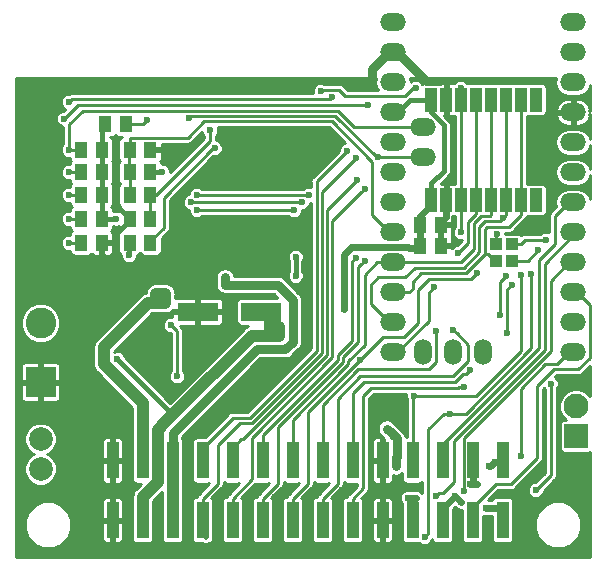
<source format=gbr>
G04 #@! TF.GenerationSoftware,KiCad,Pcbnew,(5.0.0-rc2-dev-744-gdfcdfe91f)*
G04 #@! TF.CreationDate,2018-07-03T22:34:29+02:00*
G04 #@! TF.ProjectId,SHMod24,53484D6F6432342E6B696361645F7063,rev?*
G04 #@! TF.SameCoordinates,Original*
G04 #@! TF.FileFunction,Copper,L1,Top,Signal*
G04 #@! TF.FilePolarity,Positive*
%FSLAX46Y46*%
G04 Gerber Fmt 4.6, Leading zero omitted, Abs format (unit mm)*
G04 Created by KiCad (PCBNEW (5.0.0-rc2-dev-744-gdfcdfe91f)) date 07/03/18 22:34:29*
%MOMM*%
%LPD*%
G01*
G04 APERTURE LIST*
%ADD10R,1.000000X1.000000*%
%ADD11R,1.120000X1.400000*%
%ADD12C,1.998980*%
%ADD13R,1.000000X2.000000*%
%ADD14R,2.600000X2.600000*%
%ADD15C,2.600000*%
%ADD16R,2.000000X2.000000*%
%ADD17C,2.100000*%
%ADD18R,1.000000X3.150000*%
%ADD19O,2.199640X1.501140*%
%ADD20O,1.501140X2.199640*%
%ADD21R,3.500000X1.600000*%
%ADD22C,0.600000*%
%ADD23C,0.250000*%
%ADD24C,0.400000*%
%ADD25C,1.000000*%
%ADD26C,0.600000*%
%ADD27C,0.800000*%
%ADD28C,0.254000*%
G04 APERTURE END LIST*
D10*
X91933000Y-84836000D03*
X93233000Y-84836000D03*
X91933000Y-86233000D03*
X93233000Y-86233000D03*
D11*
X85480000Y-83185000D03*
X87240000Y-83185000D03*
X87240000Y-84963000D03*
X85480000Y-84963000D03*
X62642693Y-84709000D03*
X60882693Y-84709000D03*
X58538000Y-80645000D03*
X56778000Y-80645000D03*
X56778000Y-82677000D03*
X58538000Y-82677000D03*
X62642693Y-80659509D03*
X60882693Y-80659509D03*
X62642693Y-82691509D03*
X60882693Y-82691509D03*
X60570000Y-74676000D03*
X58810000Y-74676000D03*
X60880100Y-78740000D03*
X62640100Y-78740000D03*
X58538000Y-76835000D03*
X56778000Y-76835000D03*
X56769000Y-78740000D03*
X58529000Y-78740000D03*
X56778000Y-84709000D03*
X58538000Y-84709000D03*
X60880100Y-76835000D03*
X62640100Y-76835000D03*
D12*
X53340000Y-101346000D03*
D13*
X86405000Y-72581000D03*
X87675000Y-72581000D03*
X88945000Y-72581000D03*
X90215000Y-72581000D03*
X91485000Y-72581000D03*
X92755000Y-72581000D03*
X94025000Y-72581000D03*
X95295000Y-72581000D03*
D14*
X53340000Y-96520000D03*
D15*
X53340000Y-91520000D03*
D16*
X98679000Y-101092000D03*
D17*
X98679000Y-98552000D03*
D18*
X59436000Y-108189000D03*
X59436000Y-103139000D03*
X61976000Y-108189000D03*
X61976000Y-103139000D03*
X64516000Y-108189000D03*
X64516000Y-103139000D03*
X67056000Y-108189000D03*
X67056000Y-103139000D03*
X69596000Y-108189000D03*
X69596000Y-103139000D03*
X72136000Y-108189000D03*
X72136000Y-103139000D03*
X74676000Y-108189000D03*
X74676000Y-103139000D03*
X77216000Y-108189000D03*
X77216000Y-103139000D03*
X79756000Y-108189000D03*
X79756000Y-103139000D03*
X82296000Y-108189000D03*
X82296000Y-103139000D03*
X84836000Y-108189000D03*
X84836000Y-103139000D03*
X87376000Y-108189000D03*
X87376000Y-103139000D03*
X89916000Y-108189000D03*
X89916000Y-103139000D03*
X92456000Y-108189000D03*
X92456000Y-103139000D03*
D19*
X98425000Y-66040000D03*
X98425000Y-68580000D03*
X98425000Y-71120000D03*
X98425000Y-73660000D03*
X98425000Y-76200000D03*
X98425000Y-78740000D03*
X98425000Y-81280000D03*
X98425000Y-83820000D03*
X98425000Y-86360000D03*
X98425000Y-88900000D03*
X98425000Y-91440000D03*
X98425000Y-93980000D03*
X83185000Y-93980000D03*
X83185000Y-91440000D03*
X83185000Y-88900000D03*
X83185000Y-86360000D03*
X83185000Y-83820000D03*
X83185000Y-81280000D03*
X83185000Y-78740000D03*
X83185000Y-76200000D03*
X83185000Y-73660000D03*
X83185000Y-71120000D03*
X83185000Y-68580000D03*
X83185000Y-66040000D03*
X85725000Y-77470000D03*
X85725000Y-74930000D03*
D20*
X85725000Y-93980000D03*
X88265000Y-93980000D03*
X90805000Y-93980000D03*
D13*
X86405000Y-81090000D03*
X87675000Y-81090000D03*
X88945000Y-81090000D03*
X90215000Y-81090000D03*
X91485000Y-81090000D03*
X92755000Y-81090000D03*
X94025000Y-81090000D03*
X95295000Y-81090000D03*
D21*
X72042000Y-90551000D03*
X66642000Y-90551000D03*
D12*
X53340000Y-103886000D03*
D22*
X68072000Y-76708000D03*
X68961000Y-87630000D03*
X68961000Y-88265000D03*
X60833000Y-85725000D03*
X59690000Y-82677000D03*
X78994000Y-89662000D03*
X78994000Y-90297000D03*
X55753000Y-80645000D03*
X76073000Y-80645000D03*
X66548000Y-80645000D03*
X84963000Y-97663000D03*
X94054185Y-87423304D03*
X55753000Y-82677000D03*
X75447990Y-81281474D03*
X94869000Y-87376000D03*
X85852004Y-109601004D03*
X84455000Y-106299000D03*
X85090000Y-106299000D03*
X66040000Y-81280000D03*
X88011000Y-99187000D03*
X86829987Y-92202000D03*
X56007000Y-86741000D03*
X73152000Y-107315000D03*
X73181942Y-106201942D03*
X72390000Y-83566000D03*
X65921382Y-103660003D03*
X60579000Y-102331000D03*
X60579000Y-101600000D03*
X79537058Y-105699058D03*
X78867000Y-105664000D03*
X65913000Y-109273012D03*
X88494447Y-107409776D03*
X81153002Y-109347000D03*
X81153000Y-108712000D03*
X93345000Y-106045000D03*
X93980000Y-106045000D03*
X93472000Y-109855000D03*
X93980000Y-109474000D03*
X85343968Y-105537000D03*
X59690000Y-80020000D03*
X63500000Y-76835000D03*
X72136000Y-71628000D03*
X97536000Y-96901000D03*
X88519000Y-108077000D03*
X52070000Y-79756000D03*
X81915000Y-77470000D03*
X55753000Y-78740000D03*
X80772000Y-80137000D03*
X65913000Y-74168000D03*
X55753000Y-76835000D03*
X80137000Y-79375000D03*
X74930000Y-87507500D03*
X74930000Y-85907500D03*
X63627000Y-78740000D03*
X83439000Y-103632000D03*
X83439000Y-102997000D03*
X82677000Y-100457000D03*
X83185000Y-100964992D03*
X77978000Y-72400000D03*
X55753000Y-72771000D03*
X79248000Y-76961994D03*
X93218000Y-88265000D03*
X92837000Y-92329000D03*
X81026000Y-73025000D03*
X80061003Y-77500606D03*
X55350085Y-74195016D03*
X92710000Y-87503000D03*
X92202000Y-90805000D03*
X72771000Y-91821000D03*
X73533000Y-91821000D03*
X72770986Y-92583000D03*
X73533000Y-92583000D03*
X59817000Y-94557944D03*
X64897000Y-96012000D03*
X64389000Y-91694000D03*
X95250000Y-105664000D03*
X86674942Y-88458058D03*
X91059000Y-107188000D03*
X96520000Y-96647000D03*
X91694000Y-107188000D03*
X93980011Y-102742989D03*
X91313000Y-103632000D03*
X91821000Y-103241000D03*
X88915999Y-106620457D03*
X86810510Y-106172001D03*
X96139000Y-84455000D03*
X88392004Y-106172000D03*
X90297000Y-105156000D03*
X89662000Y-105156000D03*
X95494000Y-85344000D03*
X89205003Y-105760396D03*
X88900000Y-83820000D03*
X85090000Y-71628000D03*
X88900000Y-71628000D03*
X77089000Y-71882000D03*
X80010000Y-85979000D03*
X91948000Y-83962421D03*
X92456000Y-82639000D03*
X80772000Y-86232998D03*
X67691000Y-75184000D03*
X63881000Y-89789000D03*
X63119000Y-89789000D03*
X63880996Y-89027000D03*
X63119000Y-89027000D03*
X88265000Y-92075002D03*
X89662000Y-95504000D03*
X89154002Y-96901000D03*
X55753000Y-84709000D03*
X74803000Y-81915006D03*
X66548000Y-81915000D03*
X80391000Y-94615000D03*
X90299555Y-87246453D03*
X88656760Y-85603659D03*
X62357000Y-74295000D03*
D23*
X62642693Y-84569000D02*
X62642693Y-84709000D01*
X63754000Y-83457693D02*
X62642693Y-84569000D01*
X63754000Y-80899000D02*
X63754000Y-83457693D01*
X68072000Y-76708000D02*
X67945000Y-76708000D01*
X67945000Y-76708000D02*
X63754000Y-80899000D01*
D24*
X87503000Y-74731584D02*
X86405000Y-73633584D01*
X86405000Y-73633584D02*
X86405000Y-72581000D01*
X87503000Y-78592000D02*
X87503000Y-74731584D01*
X86405000Y-79690000D02*
X87503000Y-78592000D01*
X86405000Y-81090000D02*
X86405000Y-79690000D01*
X83185000Y-73660000D02*
X83566000Y-73660000D01*
X84645000Y-72581000D02*
X86405000Y-72581000D01*
X83566000Y-73660000D02*
X84645000Y-72581000D01*
X58538000Y-82677000D02*
X58538000Y-80645000D01*
X58538000Y-78749000D02*
X58529000Y-78740000D01*
X58538000Y-80645000D02*
X58538000Y-78749000D01*
X58529000Y-76844000D02*
X58538000Y-76835000D01*
X58529000Y-78740000D02*
X58529000Y-76844000D01*
D25*
X64516000Y-103124000D02*
X64516000Y-108189000D01*
D24*
X60833000Y-84758693D02*
X60882693Y-84709000D01*
X60833000Y-85725000D02*
X60833000Y-84758693D01*
X59690000Y-82677000D02*
X58538000Y-82677000D01*
D26*
X85480000Y-83185000D02*
X85480000Y-84963000D01*
X85269000Y-85174000D02*
X84520000Y-85174000D01*
X85480000Y-84963000D02*
X85269000Y-85174000D01*
X86405000Y-81489000D02*
X86405000Y-81090000D01*
X85480000Y-83185000D02*
X85480000Y-82414000D01*
X85480000Y-82414000D02*
X86405000Y-81489000D01*
D27*
X69385264Y-88265000D02*
X68961000Y-88265000D01*
X73406000Y-88265000D02*
X69385264Y-88265000D01*
X64516000Y-100838000D02*
X71628000Y-93726000D01*
X64516000Y-103139000D02*
X64516000Y-100838000D01*
X74061998Y-93726000D02*
X74676000Y-93111998D01*
X71628000Y-93726000D02*
X74061998Y-93726000D01*
X74676000Y-93111998D02*
X74676000Y-89535000D01*
X74676000Y-89535000D02*
X73406000Y-88265000D01*
X68961000Y-88265000D02*
X68961000Y-87630000D01*
D24*
X58538000Y-74685000D02*
X58547000Y-74676000D01*
X58538000Y-74948000D02*
X58810000Y-74676000D01*
X58538000Y-76835000D02*
X58538000Y-74948000D01*
D26*
X79629000Y-85090000D02*
X78994000Y-85725000D01*
D24*
X84520000Y-85174000D02*
X84436000Y-85090000D01*
D26*
X84436000Y-85090000D02*
X79629000Y-85090000D01*
X78994000Y-85725000D02*
X78994000Y-89662000D01*
X78994000Y-89662000D02*
X78994000Y-90297000D01*
D23*
X56778000Y-80645000D02*
X55753000Y-80645000D01*
X66548000Y-80645000D02*
X76073000Y-80645000D01*
X90224032Y-97663000D02*
X94054185Y-93832847D01*
X84963000Y-97663000D02*
X90224032Y-97663000D01*
X94054185Y-87847568D02*
X94054185Y-87423304D01*
X94054185Y-93832847D02*
X94054185Y-87847568D01*
X84836000Y-97790000D02*
X84963000Y-97663000D01*
X84836000Y-103139000D02*
X84836000Y-97790000D01*
X56778000Y-82677000D02*
X55753000Y-82677000D01*
X84836000Y-107188000D02*
X84836000Y-108189000D01*
D26*
X84455000Y-106299000D02*
X85090000Y-106299000D01*
X84836000Y-106680000D02*
X84836000Y-106934000D01*
X84455000Y-106299000D02*
X84836000Y-106680000D01*
X84790001Y-106634001D02*
X84836000Y-106680000D01*
X85090000Y-106299000D02*
X84790001Y-106598999D01*
X84790001Y-106598999D02*
X84790001Y-106634001D01*
D23*
X75436516Y-81270000D02*
X75447990Y-81281474D01*
X66050000Y-81270000D02*
X75436516Y-81270000D01*
X66040000Y-81280000D02*
X66050000Y-81270000D01*
X94869000Y-93654442D02*
X89336442Y-99187000D01*
X94869000Y-87376000D02*
X94869000Y-93654442D01*
X89336442Y-99187000D02*
X88011000Y-99187000D01*
X86152003Y-109301005D02*
X86152003Y-100503003D01*
X85852004Y-109601004D02*
X86152003Y-109301005D01*
X88011000Y-99187000D02*
X87468006Y-99187000D01*
X87468006Y-99187000D02*
X86152003Y-100503003D01*
X60882693Y-80519509D02*
X60882693Y-80659509D01*
X77216000Y-103139000D02*
X77216000Y-102064000D01*
X60851000Y-78740000D02*
X60851000Y-76835000D01*
X60882693Y-78771693D02*
X60851000Y-78740000D01*
X60882693Y-80659509D02*
X60882693Y-78771693D01*
X60880100Y-76695000D02*
X60880100Y-76835000D01*
X82835750Y-83820000D02*
X83185000Y-83820000D01*
X81407000Y-82391250D02*
X82835750Y-83820000D01*
X81407000Y-77851000D02*
X81407000Y-82391250D01*
X67183000Y-74431998D02*
X77987998Y-74431998D01*
X65795998Y-75819000D02*
X67183000Y-74431998D01*
X63469102Y-75819000D02*
X65795998Y-75819000D01*
X77987998Y-74431998D02*
X81407000Y-77851000D01*
X60880100Y-75885000D02*
X60946100Y-75819000D01*
X60946100Y-75819000D02*
X61811098Y-75819000D01*
X61811098Y-75819000D02*
X61820099Y-75809999D01*
X60880100Y-76835000D02*
X60880100Y-75885000D01*
X61820099Y-75809999D02*
X63460101Y-75809999D01*
X63460101Y-75809999D02*
X63469102Y-75819000D01*
X77216000Y-103139000D02*
X77216000Y-98436288D01*
X80247458Y-95404830D02*
X86229020Y-95404830D01*
X77216000Y-98436288D02*
X80247458Y-95404830D01*
X86829987Y-94803863D02*
X86829987Y-92626264D01*
X86229020Y-95404830D02*
X86829987Y-94803863D01*
X86829987Y-92626264D02*
X86829987Y-92202000D01*
D24*
X87240000Y-84074000D02*
X87240000Y-82940000D01*
D26*
X87675000Y-82505000D02*
X87675000Y-81090000D01*
X87240000Y-82940000D02*
X87675000Y-82505000D01*
D24*
X87675000Y-74055042D02*
X88265000Y-74645042D01*
X87675000Y-72581000D02*
X87675000Y-74055042D01*
X87675000Y-79690000D02*
X87675000Y-81090000D01*
X88265000Y-79100000D02*
X87675000Y-79690000D01*
X88265000Y-74645042D02*
X88265000Y-79100000D01*
D27*
X82835750Y-68580000D02*
X81407000Y-70008750D01*
X81407000Y-70008750D02*
X81407000Y-71501000D01*
X83185000Y-68580000D02*
X82835750Y-68580000D01*
D24*
X59309000Y-84709000D02*
X58538000Y-84709000D01*
X59690000Y-84328000D02*
X59309000Y-84709000D01*
X59690000Y-83947000D02*
X59690000Y-84328000D01*
X60882693Y-82691509D02*
X60882693Y-82754307D01*
X60882693Y-82754307D02*
X59690000Y-83947000D01*
X87675000Y-71038000D02*
X87675000Y-72581000D01*
X87503000Y-70866000D02*
X87675000Y-71038000D01*
X87249000Y-70866000D02*
X96012000Y-70866000D01*
X87249000Y-70866000D02*
X87503000Y-70866000D01*
X96012000Y-70866000D02*
X96647000Y-71501000D01*
X98075750Y-73660000D02*
X98425000Y-73660000D01*
X96647000Y-71501000D02*
X96647000Y-72231250D01*
X59690000Y-81498816D02*
X60882693Y-82691509D01*
X62640100Y-76835000D02*
X63500000Y-76835000D01*
X59690000Y-80020000D02*
X59690000Y-81498816D01*
D27*
X85935249Y-70980999D02*
X87134001Y-70980999D01*
X83185000Y-68580000D02*
X83534250Y-68580000D01*
X83534250Y-68580000D02*
X85935249Y-70980999D01*
D23*
X95295000Y-81090000D02*
X95295000Y-80600000D01*
X56769000Y-78740000D02*
X55753000Y-78740000D01*
X69596000Y-108189000D02*
X69596000Y-106364000D01*
X71215200Y-101255033D02*
X78058033Y-94412200D01*
X78058033Y-94412200D02*
X78058033Y-82850967D01*
X69596000Y-106364000D02*
X71215200Y-104744800D01*
X80472001Y-80436999D02*
X80772000Y-80137000D01*
X78058033Y-82850967D02*
X80472001Y-80436999D01*
X71215200Y-104744800D02*
X71215200Y-101255033D01*
X81786590Y-77470000D02*
X85725000Y-77470000D01*
X78298577Y-73981987D02*
X81786590Y-77470000D01*
X65913000Y-74168000D02*
X66099013Y-73981987D01*
X66099013Y-73981987D02*
X78298577Y-73981987D01*
X56778000Y-76835000D02*
X55753000Y-76835000D01*
X77608022Y-94225800D02*
X77608022Y-81903978D01*
X77608022Y-81903978D02*
X79837001Y-79674999D01*
X69596000Y-103139000D02*
X69596000Y-102064000D01*
X69596000Y-102064000D02*
X70346000Y-101314000D01*
X70519822Y-101314000D02*
X77608022Y-94225800D01*
X79837001Y-79674999D02*
X80137000Y-79375000D01*
X70346000Y-101314000D02*
X70519822Y-101314000D01*
X79883000Y-74930000D02*
X84375180Y-74930000D01*
X78484977Y-73531976D02*
X79883000Y-74930000D01*
X55753000Y-74676000D02*
X56897024Y-73531976D01*
X56897024Y-73531976D02*
X78484977Y-73531976D01*
X55753000Y-76835000D02*
X55753000Y-74676000D01*
X84375180Y-74930000D02*
X85725000Y-74930000D01*
D24*
X74930000Y-87507500D02*
X74930000Y-85907500D01*
X63627000Y-78740000D02*
X62640100Y-78740000D01*
D27*
X83409990Y-101189990D02*
X82976999Y-100756999D01*
X82976999Y-100756999D02*
X82677000Y-100457000D01*
D24*
X83185000Y-100965000D02*
X83185000Y-100964992D01*
D27*
X83438992Y-102854040D02*
X83484999Y-102808033D01*
X83484999Y-102808033D02*
X83484999Y-101264991D01*
D24*
X83409990Y-101189990D02*
X83185000Y-100965000D01*
D27*
X83484999Y-101264991D02*
X83185000Y-100964992D01*
X83439000Y-102997000D02*
X83439000Y-103632000D01*
D23*
X67056000Y-103139000D02*
X67056000Y-102064000D01*
X67056000Y-102064000D02*
X68834000Y-100286000D01*
X68834000Y-100286000D02*
X69596000Y-99524000D01*
X55753000Y-72771000D02*
X56007000Y-72517000D01*
X56007000Y-72517000D02*
X77934736Y-72517000D01*
X71037000Y-99524000D02*
X76708000Y-93853000D01*
X69596000Y-99524000D02*
X71037000Y-99524000D01*
X76708000Y-93853000D02*
X76708000Y-79501994D01*
X76708000Y-79501994D02*
X78948001Y-77261993D01*
X78948001Y-77261993D02*
X79248000Y-76961994D01*
X92837000Y-88646000D02*
X92837000Y-91904736D01*
X92837000Y-91904736D02*
X92837000Y-92329000D01*
X93218000Y-88265000D02*
X92837000Y-88646000D01*
X67056000Y-109474000D02*
X67056000Y-108189000D01*
X67310000Y-109728000D02*
X67056000Y-109474000D01*
X56520101Y-73025000D02*
X55650084Y-73895017D01*
X55650084Y-73895017D02*
X55350085Y-74195016D01*
X81026000Y-73025000D02*
X56520101Y-73025000D01*
X71223400Y-99974011D02*
X77158011Y-94039400D01*
X70207400Y-99974011D02*
X71223400Y-99974011D01*
X68326000Y-105094000D02*
X68326000Y-101855411D01*
X68326000Y-101855411D02*
X70207400Y-99974011D01*
X67056000Y-108189000D02*
X67056000Y-106364000D01*
X67056000Y-106364000D02*
X68326000Y-105094000D01*
X77158011Y-94039400D02*
X77158011Y-80403598D01*
X77158011Y-80403598D02*
X79761004Y-77800605D01*
X79761004Y-77800605D02*
X80061003Y-77500606D01*
X92710000Y-87503000D02*
X92202000Y-88011000D01*
X92202000Y-88011000D02*
X92202000Y-90805000D01*
D25*
X61976000Y-106214000D02*
X63246000Y-104944000D01*
X61976000Y-108189000D02*
X61976000Y-106214000D01*
X63246000Y-104944000D02*
X63246000Y-100552352D01*
X63246000Y-100552352D02*
X63881000Y-99917352D01*
X63881000Y-99917352D02*
X64484352Y-99314000D01*
X72771000Y-91821000D02*
X73533000Y-91821000D01*
X64484352Y-99314000D02*
X71215352Y-92583000D01*
X71215352Y-92583000D02*
X72346722Y-92583000D01*
X72346722Y-92583000D02*
X72770986Y-92583000D01*
X72771000Y-91821000D02*
X72771000Y-92582986D01*
X72771000Y-92582986D02*
X72770986Y-92583000D01*
X72770986Y-92583000D02*
X73533000Y-92583000D01*
X73533000Y-92583000D02*
X73533000Y-91821000D01*
X72644000Y-90551000D02*
X72042000Y-90551000D01*
X72771000Y-91821000D02*
X72771000Y-90678000D01*
X72771000Y-90678000D02*
X72644000Y-90551000D01*
D24*
X59817000Y-94557944D02*
X64484352Y-99225296D01*
X64484352Y-99225296D02*
X64484352Y-99314000D01*
D23*
X64688999Y-91993999D02*
X64389000Y-91694000D01*
X64897000Y-92202000D02*
X64688999Y-91993999D01*
X64897000Y-96012000D02*
X64897000Y-92202000D01*
X83534250Y-93980000D02*
X83185000Y-93980000D01*
X92456000Y-108189000D02*
X92456000Y-107114000D01*
X83534250Y-93980000D02*
X86201250Y-91313000D01*
X86201250Y-91313000D02*
X86201250Y-88931750D01*
X86201250Y-88931750D02*
X86674942Y-88458058D01*
D24*
X92456000Y-107696000D02*
X91948000Y-107188000D01*
X92456000Y-108189000D02*
X92456000Y-107696000D01*
D23*
X96520000Y-104394000D02*
X96520000Y-97071264D01*
X96520000Y-97071264D02*
X96520000Y-96647000D01*
X95250000Y-105664000D02*
X96520000Y-104394000D01*
D26*
X91948000Y-107188000D02*
X91694000Y-107188000D01*
X91059000Y-107188000D02*
X91694000Y-107188000D01*
D23*
X98075750Y-81280000D02*
X96901000Y-82454750D01*
X96901000Y-82454750D02*
X96901000Y-84836000D01*
X95561990Y-93597863D02*
X87376000Y-101783853D01*
X95561990Y-86175010D02*
X95561990Y-93597863D01*
X98425000Y-81280000D02*
X98075750Y-81280000D01*
X96901000Y-84836000D02*
X95561990Y-86175010D01*
X87376000Y-101783853D02*
X87376000Y-103139000D01*
X92456000Y-103139000D02*
X92568000Y-103139000D01*
X92456000Y-101981000D02*
X92456000Y-103139000D01*
X92456000Y-102064000D02*
X92456000Y-103139000D01*
X92456000Y-104140000D02*
X92456000Y-103505000D01*
X92710000Y-104394000D02*
X92456000Y-104140000D01*
D26*
X91313000Y-103632000D02*
X91430000Y-103632000D01*
X91430000Y-103632000D02*
X91821000Y-103241000D01*
X92354000Y-103241000D02*
X92456000Y-103139000D01*
X91821000Y-103241000D02*
X92354000Y-103241000D01*
D23*
X98425000Y-93980000D02*
X98075750Y-93980000D01*
X97075180Y-94980570D02*
X96088516Y-94980570D01*
X93980011Y-102318725D02*
X93980011Y-102742989D01*
X93980011Y-97089075D02*
X93980011Y-102318725D01*
X98075750Y-93980000D02*
X97075180Y-94980570D01*
X96088516Y-94980570D02*
X93980011Y-97089075D01*
X95714736Y-84455000D02*
X96139000Y-84455000D01*
X94364000Y-84455000D02*
X95714736Y-84455000D01*
X93233000Y-84836000D02*
X93983000Y-84836000D01*
X93983000Y-84836000D02*
X94364000Y-84455000D01*
X96012000Y-93784264D02*
X96012000Y-86487000D01*
X86810510Y-106172001D02*
X87110509Y-105872002D01*
X88322989Y-101473275D02*
X96012000Y-93784264D01*
X96012000Y-86487000D02*
X98425000Y-84074000D01*
X98425000Y-84074000D02*
X98425000Y-83820000D01*
X87385996Y-105872002D02*
X88322989Y-104935009D01*
X87110509Y-105872002D02*
X87385996Y-105872002D01*
X88322989Y-104935009D02*
X88322989Y-101473275D01*
D26*
X87376000Y-107188004D02*
X88092005Y-106471999D01*
X88467542Y-106172000D02*
X88392004Y-106172000D01*
X88915999Y-106620457D02*
X88467542Y-106172000D01*
X87376000Y-108189000D02*
X87376000Y-107188004D01*
X88092005Y-106471999D02*
X88392004Y-106172000D01*
X89916000Y-105156000D02*
X90297000Y-105156000D01*
D23*
X89724000Y-105156000D02*
X89662000Y-105156000D01*
D26*
X89916000Y-103139000D02*
X89916000Y-105156000D01*
X89662000Y-105156000D02*
X89916000Y-105156000D01*
D23*
X94605000Y-86233000D02*
X93233000Y-86233000D01*
X95494000Y-85344000D02*
X94605000Y-86233000D01*
X89205003Y-105336132D02*
X89205003Y-105760396D01*
X98075750Y-86360000D02*
X96520000Y-87915750D01*
X98425000Y-86360000D02*
X98075750Y-86360000D01*
X89205003Y-101227672D02*
X89205003Y-105336132D01*
X96520000Y-87915750D02*
X96520000Y-93912675D01*
X96520000Y-93912675D02*
X89205003Y-101227672D01*
X88945000Y-83775000D02*
X88900000Y-83820000D01*
X88945000Y-81090000D02*
X88945000Y-72581000D01*
X88900000Y-81135000D02*
X88945000Y-81090000D01*
X88900000Y-83820000D02*
X88900000Y-81135000D01*
X88900000Y-72536000D02*
X88945000Y-72581000D01*
X88900000Y-71628000D02*
X88900000Y-72536000D01*
X77089000Y-71882000D02*
X77216000Y-71755000D01*
X77216000Y-71755000D02*
X78613000Y-71755000D01*
X78613000Y-71755000D02*
X79121000Y-72263000D01*
X79121000Y-72263000D02*
X84201000Y-72263000D01*
X84201000Y-72263000D02*
X84881999Y-71582001D01*
X84963000Y-71628000D02*
X85090000Y-71628000D01*
X84917001Y-71582001D02*
X84963000Y-71628000D01*
X84881999Y-71582001D02*
X84917001Y-71582001D01*
X98774250Y-88900000D02*
X98425000Y-88900000D01*
X99849830Y-89975580D02*
X98774250Y-88900000D01*
X99849830Y-94425519D02*
X99849830Y-89975580D01*
X98844769Y-95430580D02*
X99849830Y-94425519D01*
X96811418Y-95430580D02*
X98844769Y-95430580D01*
X89916000Y-107114000D02*
X91874000Y-105156000D01*
X89916000Y-108189000D02*
X89916000Y-107114000D01*
X91874000Y-105156000D02*
X93134264Y-105156000D01*
X93134264Y-105156000D02*
X95376997Y-102913267D01*
X95376997Y-102913267D02*
X95376997Y-96865001D01*
X95376997Y-96865001D02*
X96811418Y-95430580D01*
X92755000Y-72581000D02*
X92755000Y-81090000D01*
X81280000Y-89884250D02*
X82835750Y-91440000D01*
X81280000Y-88265000D02*
X81280000Y-89884250D01*
X81915000Y-87630000D02*
X81280000Y-88265000D01*
X85020990Y-86810010D02*
X84201000Y-87630000D01*
X89174575Y-86810010D02*
X85020990Y-86810010D01*
X92755000Y-81090000D02*
X92755000Y-82340000D01*
X92207589Y-82887411D02*
X90975589Y-82887411D01*
X82835750Y-91440000D02*
X83185000Y-91440000D01*
X90975589Y-82887411D02*
X90493010Y-83369990D01*
X90493010Y-83369990D02*
X90493010Y-85491576D01*
X84201000Y-87630000D02*
X81915000Y-87630000D01*
X90493010Y-85491576D02*
X89174575Y-86810010D01*
X91933000Y-84836000D02*
X91933000Y-83977421D01*
X91933000Y-83977421D02*
X91948000Y-83962421D01*
X92755000Y-82340000D02*
X92456000Y-82639000D01*
X92456000Y-82639000D02*
X92207589Y-82887411D01*
X72136000Y-103139000D02*
X72136000Y-100970643D01*
X79710001Y-86278999D02*
X80010000Y-85979000D01*
X72136000Y-100970643D02*
X78508044Y-94598600D01*
X78508044Y-94598600D02*
X78508044Y-94217599D01*
X78508044Y-94217599D02*
X79710001Y-93015642D01*
X79710001Y-93015642D02*
X79710001Y-86278999D01*
X94025000Y-79840000D02*
X94025000Y-72581000D01*
X94025000Y-81090000D02*
X94025000Y-79840000D01*
X84534820Y-88900000D02*
X84836000Y-88598820D01*
X83185000Y-88900000D02*
X84534820Y-88900000D01*
X84836000Y-88011000D02*
X85586980Y-87260020D01*
X84836000Y-88598820D02*
X84836000Y-88011000D01*
X89360986Y-87260020D02*
X90515006Y-86106000D01*
X85586980Y-87260020D02*
X89360986Y-87260020D01*
X90515006Y-86106000D02*
X90515006Y-86105990D01*
X90943020Y-85677986D02*
X90515006Y-86106000D01*
X90943020Y-83556390D02*
X90943020Y-85677986D01*
X91161989Y-83337421D02*
X90943020Y-83556390D01*
X93027579Y-83337421D02*
X91161989Y-83337421D01*
X94025000Y-82340000D02*
X93027579Y-83337421D01*
X94025000Y-81090000D02*
X94025000Y-82340000D01*
X91933000Y-86233000D02*
X91821000Y-86233000D01*
X91265986Y-85677986D02*
X90943020Y-85677986D01*
X91821000Y-86233000D02*
X91265986Y-85677986D01*
X72136000Y-108189000D02*
X72136000Y-106364000D01*
X78958055Y-94785000D02*
X78958055Y-94403998D01*
X73406000Y-105094000D02*
X73406000Y-100337055D01*
X73406000Y-100337055D02*
X78958055Y-94785000D01*
X80218001Y-93144052D02*
X80218001Y-86786997D01*
X80218001Y-86786997D02*
X80472001Y-86532997D01*
X72136000Y-106364000D02*
X73406000Y-105094000D01*
X78958055Y-94403998D02*
X80218001Y-93144052D01*
X80472001Y-86532997D02*
X80772000Y-86232998D01*
X91485000Y-81090000D02*
X91485000Y-72581000D01*
X74676000Y-103139000D02*
X74676000Y-102064000D01*
X83185000Y-86360000D02*
X88900000Y-86360000D01*
X88900000Y-86360000D02*
X90043000Y-85217000D01*
X90043000Y-85217000D02*
X90043000Y-83059410D01*
X90043000Y-83059410D02*
X90665009Y-82437401D01*
X91485000Y-82340000D02*
X91485000Y-81090000D01*
X90665009Y-82437401D02*
X91387599Y-82437401D01*
X91387599Y-82437401D02*
X91485000Y-82340000D01*
X81835180Y-86360000D02*
X80772000Y-87423180D01*
X74676000Y-101314000D02*
X74676000Y-103139000D01*
X74676000Y-99703463D02*
X74676000Y-101314000D01*
X80772000Y-93345000D02*
X79408066Y-94708934D01*
X83185000Y-86360000D02*
X81835180Y-86360000D01*
X80772000Y-87423180D02*
X80772000Y-93345000D01*
X79408066Y-94708934D02*
X79408066Y-94971400D01*
X79408066Y-94971400D02*
X79144454Y-95235011D01*
X79144454Y-95235011D02*
X74676000Y-99703463D01*
X62642693Y-80659509D02*
X62642693Y-82691509D01*
X67691000Y-76073000D02*
X67691000Y-75184000D01*
X62642693Y-80659509D02*
X63104491Y-80659509D01*
X63104491Y-80659509D02*
X67691000Y-76073000D01*
D25*
X58674000Y-93562934D02*
X62447934Y-89789000D01*
X58674000Y-94996000D02*
X58674000Y-93562934D01*
X61976000Y-103139000D02*
X61976000Y-98298000D01*
X61976000Y-98298000D02*
X58674000Y-94996000D01*
X62447934Y-89789000D02*
X63119000Y-89789000D01*
X63119000Y-89789000D02*
X63881000Y-89789000D01*
X63881000Y-89027004D02*
X63880996Y-89027000D01*
X63881000Y-89789000D02*
X63881000Y-89027004D01*
X63119000Y-89789000D02*
X63119000Y-89027000D01*
X63119000Y-89027000D02*
X63880996Y-89027000D01*
D23*
X77216000Y-108189000D02*
X77216000Y-106364000D01*
X78486000Y-105094000D02*
X78486000Y-97917000D01*
X78486000Y-97917000D02*
X80407021Y-95995979D01*
X88243607Y-95995979D02*
X89535592Y-94703994D01*
X80407021Y-95995979D02*
X88243607Y-95995979D01*
X89535592Y-93345594D02*
X88564999Y-92375001D01*
X89535592Y-94703994D02*
X89535592Y-93345594D01*
X77216000Y-106364000D02*
X78486000Y-105094000D01*
X88564999Y-92375001D02*
X88265000Y-92075002D01*
X79756000Y-103139000D02*
X79756000Y-97409000D01*
X88415008Y-96460988D02*
X89071997Y-95803999D01*
X89071997Y-95803999D02*
X89362001Y-95803999D01*
X89362001Y-95803999D02*
X89662000Y-95504000D01*
X79756000Y-97409000D02*
X80704012Y-96460988D01*
X80704012Y-96460988D02*
X88415008Y-96460988D01*
X88648737Y-96982001D02*
X88729738Y-96901000D01*
X80645000Y-97663000D02*
X81325999Y-96982001D01*
X81325999Y-96982001D02*
X88648737Y-96982001D01*
X79756000Y-108189000D02*
X79756000Y-106364000D01*
X80645000Y-105475000D02*
X80645000Y-97663000D01*
X79756000Y-106364000D02*
X80645000Y-105475000D01*
X88729738Y-96901000D02*
X89154002Y-96901000D01*
X90215000Y-72581000D02*
X90215000Y-81090000D01*
X56778000Y-84709000D02*
X55753000Y-84709000D01*
X74802994Y-81915000D02*
X74803000Y-81915006D01*
X66548000Y-81915000D02*
X74802994Y-81915000D01*
X80091001Y-94914999D02*
X80091001Y-94924872D01*
X80091001Y-94924872D02*
X75946000Y-99069873D01*
X75946000Y-99069873D02*
X75946000Y-105094000D01*
X75946000Y-105094000D02*
X74676000Y-106364000D01*
X74676000Y-106364000D02*
X74676000Y-108189000D01*
X80391000Y-94615000D02*
X80091001Y-94914999D01*
X85286009Y-88703991D02*
X86233000Y-87757000D01*
X86233000Y-87757000D02*
X89789008Y-87757000D01*
X85286009Y-91497991D02*
X85286009Y-88703991D01*
X90215000Y-82251000D02*
X89535000Y-82931000D01*
X89789008Y-87757000D02*
X89999556Y-87546452D01*
X89999556Y-87546452D02*
X90299555Y-87246453D01*
X84074000Y-92710000D02*
X85286009Y-91497991D01*
X88956759Y-85303660D02*
X88656760Y-85603659D01*
X82296000Y-92710000D02*
X84074000Y-92710000D01*
X89535000Y-84725419D02*
X88956759Y-85303660D01*
X80391000Y-94615000D02*
X82296000Y-92710000D01*
X89535000Y-82931000D02*
X89535000Y-84725419D01*
X90215000Y-81090000D02*
X90215000Y-82251000D01*
X62057001Y-74594999D02*
X62357000Y-74295000D01*
X61976000Y-74676000D02*
X62057001Y-74594999D01*
X60570000Y-74676000D02*
X61976000Y-74676000D01*
D28*
G36*
X81682012Y-71120000D02*
X81769835Y-71561516D01*
X81900453Y-71757000D01*
X79330592Y-71757000D01*
X79006038Y-71432447D01*
X78977806Y-71390194D01*
X78810431Y-71278359D01*
X78662835Y-71249000D01*
X78662834Y-71249000D01*
X78613000Y-71239087D01*
X78563166Y-71249000D01*
X77340342Y-71249000D01*
X77224459Y-71201000D01*
X76953541Y-71201000D01*
X76703244Y-71304676D01*
X76511676Y-71496244D01*
X76408000Y-71746541D01*
X76408000Y-72011000D01*
X56056833Y-72011000D01*
X56006999Y-72001087D01*
X55957165Y-72011000D01*
X55809569Y-72040359D01*
X55735275Y-72090000D01*
X55617541Y-72090000D01*
X55367244Y-72193676D01*
X55175676Y-72385244D01*
X55072000Y-72635541D01*
X55072000Y-72906459D01*
X55175676Y-73156756D01*
X55367244Y-73348324D01*
X55447813Y-73381697D01*
X55315494Y-73514016D01*
X55214626Y-73514016D01*
X54964329Y-73617692D01*
X54772761Y-73809260D01*
X54669085Y-74059557D01*
X54669085Y-74330475D01*
X54772761Y-74580772D01*
X54964329Y-74772340D01*
X55214626Y-74876016D01*
X55247001Y-74876016D01*
X55247000Y-76377920D01*
X55175676Y-76449244D01*
X55072000Y-76699541D01*
X55072000Y-76970459D01*
X55175676Y-77220756D01*
X55367244Y-77412324D01*
X55617541Y-77516000D01*
X55829536Y-77516000D01*
X55829536Y-77535000D01*
X55859106Y-77683659D01*
X55923990Y-77780765D01*
X55850106Y-77891341D01*
X55820536Y-78040000D01*
X55820536Y-78059000D01*
X55617541Y-78059000D01*
X55367244Y-78162676D01*
X55175676Y-78354244D01*
X55072000Y-78604541D01*
X55072000Y-78875459D01*
X55175676Y-79125756D01*
X55367244Y-79317324D01*
X55617541Y-79421000D01*
X55820536Y-79421000D01*
X55820536Y-79440000D01*
X55850106Y-79588659D01*
X55923990Y-79699235D01*
X55859106Y-79796341D01*
X55829536Y-79945000D01*
X55829536Y-79964000D01*
X55617541Y-79964000D01*
X55367244Y-80067676D01*
X55175676Y-80259244D01*
X55072000Y-80509541D01*
X55072000Y-80780459D01*
X55175676Y-81030756D01*
X55367244Y-81222324D01*
X55617541Y-81326000D01*
X55829536Y-81326000D01*
X55829536Y-81345000D01*
X55859106Y-81493659D01*
X55943314Y-81619686D01*
X56005145Y-81661000D01*
X55943314Y-81702314D01*
X55859106Y-81828341D01*
X55829536Y-81977000D01*
X55829536Y-81996000D01*
X55617541Y-81996000D01*
X55367244Y-82099676D01*
X55175676Y-82291244D01*
X55072000Y-82541541D01*
X55072000Y-82812459D01*
X55175676Y-83062756D01*
X55367244Y-83254324D01*
X55617541Y-83358000D01*
X55829536Y-83358000D01*
X55829536Y-83377000D01*
X55859106Y-83525659D01*
X55943314Y-83651686D01*
X56005145Y-83693000D01*
X55943314Y-83734314D01*
X55859106Y-83860341D01*
X55829536Y-84009000D01*
X55829536Y-84028000D01*
X55617541Y-84028000D01*
X55367244Y-84131676D01*
X55175676Y-84323244D01*
X55072000Y-84573541D01*
X55072000Y-84844459D01*
X55175676Y-85094756D01*
X55367244Y-85286324D01*
X55617541Y-85390000D01*
X55829536Y-85390000D01*
X55829536Y-85409000D01*
X55859106Y-85557659D01*
X55943314Y-85683686D01*
X56069341Y-85767894D01*
X56218000Y-85797464D01*
X57338000Y-85797464D01*
X57486659Y-85767894D01*
X57612686Y-85683686D01*
X57653862Y-85622062D01*
X57655004Y-85624819D01*
X57762180Y-85731996D01*
X57902214Y-85790000D01*
X58315750Y-85790000D01*
X58411000Y-85694750D01*
X58411000Y-84836000D01*
X58665000Y-84836000D01*
X58665000Y-85694750D01*
X58760250Y-85790000D01*
X59173786Y-85790000D01*
X59313820Y-85731996D01*
X59420996Y-85624819D01*
X59479000Y-85484785D01*
X59479000Y-84931250D01*
X59383750Y-84836000D01*
X58665000Y-84836000D01*
X58411000Y-84836000D01*
X58391000Y-84836000D01*
X58391000Y-84582000D01*
X58411000Y-84582000D01*
X58411000Y-84562000D01*
X58665000Y-84562000D01*
X58665000Y-84582000D01*
X59383750Y-84582000D01*
X59479000Y-84486750D01*
X59479000Y-83933215D01*
X59420996Y-83793181D01*
X59316826Y-83689010D01*
X59372686Y-83651686D01*
X59456894Y-83525659D01*
X59486464Y-83377000D01*
X59486464Y-83329802D01*
X59554541Y-83358000D01*
X59825459Y-83358000D01*
X59941693Y-83309854D01*
X59941693Y-83467294D01*
X59999697Y-83607328D01*
X60095169Y-83702801D01*
X60048007Y-83734314D01*
X59963799Y-83860341D01*
X59934229Y-84009000D01*
X59934229Y-85409000D01*
X59963799Y-85557659D01*
X60048007Y-85683686D01*
X60152000Y-85753171D01*
X60152000Y-85860459D01*
X60255676Y-86110756D01*
X60447244Y-86302324D01*
X60697541Y-86406000D01*
X60968459Y-86406000D01*
X61218756Y-86302324D01*
X61410324Y-86110756D01*
X61514000Y-85860459D01*
X61514000Y-85783280D01*
X61591352Y-85767894D01*
X61717379Y-85683686D01*
X61762693Y-85615868D01*
X61808007Y-85683686D01*
X61934034Y-85767894D01*
X62082693Y-85797464D01*
X63202693Y-85797464D01*
X63330503Y-85772041D01*
X74249000Y-85772041D01*
X74249000Y-86042959D01*
X74349001Y-86284383D01*
X74349000Y-87130618D01*
X74249000Y-87372041D01*
X74249000Y-87642959D01*
X74352676Y-87893256D01*
X74544244Y-88084824D01*
X74794541Y-88188500D01*
X75065459Y-88188500D01*
X75315756Y-88084824D01*
X75507324Y-87893256D01*
X75611000Y-87642959D01*
X75611000Y-87372041D01*
X75511000Y-87130619D01*
X75511000Y-86284381D01*
X75611000Y-86042959D01*
X75611000Y-85772041D01*
X75507324Y-85521744D01*
X75315756Y-85330176D01*
X75065459Y-85226500D01*
X74794541Y-85226500D01*
X74544244Y-85330176D01*
X74352676Y-85521744D01*
X74249000Y-85772041D01*
X63330503Y-85772041D01*
X63351352Y-85767894D01*
X63477379Y-85683686D01*
X63561587Y-85557659D01*
X63591157Y-85409000D01*
X63591157Y-84336128D01*
X64076555Y-83850730D01*
X64118806Y-83822499D01*
X64230641Y-83655124D01*
X64260000Y-83507528D01*
X64269913Y-83457694D01*
X64260000Y-83407860D01*
X64260000Y-81108591D01*
X67979592Y-77389000D01*
X68207459Y-77389000D01*
X68457756Y-77285324D01*
X68649324Y-77093756D01*
X68753000Y-76843459D01*
X68753000Y-76572541D01*
X68649324Y-76322244D01*
X68457756Y-76130676D01*
X68207459Y-76027000D01*
X68197763Y-76027000D01*
X68197000Y-76023167D01*
X68197000Y-75641080D01*
X68268324Y-75569756D01*
X68372000Y-75319459D01*
X68372000Y-75048541D01*
X68326212Y-74937998D01*
X77778407Y-74937998D01*
X79121403Y-76280994D01*
X79112541Y-76280994D01*
X78862244Y-76384670D01*
X78670676Y-76576238D01*
X78567000Y-76826535D01*
X78567000Y-76927402D01*
X76385445Y-79108957D01*
X76343195Y-79137188D01*
X76253704Y-79271123D01*
X76231360Y-79304563D01*
X76192087Y-79501994D01*
X76202001Y-79551833D01*
X76202001Y-79964000D01*
X75937541Y-79964000D01*
X75687244Y-80067676D01*
X75615920Y-80139000D01*
X67005080Y-80139000D01*
X66933756Y-80067676D01*
X66683459Y-79964000D01*
X66412541Y-79964000D01*
X66162244Y-80067676D01*
X65970676Y-80259244D01*
X65867000Y-80509541D01*
X65867000Y-80614550D01*
X65654244Y-80702676D01*
X65462676Y-80894244D01*
X65359000Y-81144541D01*
X65359000Y-81415459D01*
X65462676Y-81665756D01*
X65654244Y-81857324D01*
X65867000Y-81945450D01*
X65867000Y-82050459D01*
X65970676Y-82300756D01*
X66162244Y-82492324D01*
X66412541Y-82596000D01*
X66683459Y-82596000D01*
X66933756Y-82492324D01*
X67005080Y-82421000D01*
X74345914Y-82421000D01*
X74417244Y-82492330D01*
X74667541Y-82596006D01*
X74938459Y-82596006D01*
X75188756Y-82492330D01*
X75380324Y-82300762D01*
X75484000Y-82050465D01*
X75484000Y-81962474D01*
X75583449Y-81962474D01*
X75833746Y-81858798D01*
X76025314Y-81667230D01*
X76128990Y-81416933D01*
X76128990Y-81326000D01*
X76202001Y-81326000D01*
X76202000Y-93643408D01*
X70827409Y-99018000D01*
X69645835Y-99018000D01*
X69596000Y-99008087D01*
X69398568Y-99047359D01*
X69364874Y-99069873D01*
X69231194Y-99159194D01*
X69202963Y-99201445D01*
X68511445Y-99892964D01*
X68511442Y-99892966D01*
X67228873Y-101175536D01*
X66556000Y-101175536D01*
X66407341Y-101205106D01*
X66281314Y-101289314D01*
X66197106Y-101415341D01*
X66167536Y-101564000D01*
X66167536Y-104714000D01*
X66197106Y-104862659D01*
X66281314Y-104988686D01*
X66407341Y-105072894D01*
X66556000Y-105102464D01*
X67556000Y-105102464D01*
X67613352Y-105091056D01*
X66733445Y-105970964D01*
X66691195Y-105999194D01*
X66644263Y-106069434D01*
X66579360Y-106166569D01*
X66567630Y-106225536D01*
X66556000Y-106225536D01*
X66407341Y-106255106D01*
X66281314Y-106339314D01*
X66197106Y-106465341D01*
X66167536Y-106614000D01*
X66167536Y-109764000D01*
X66197106Y-109912659D01*
X66281314Y-110038686D01*
X66407341Y-110122894D01*
X66556000Y-110152464D01*
X67034481Y-110152464D01*
X67112568Y-110204640D01*
X67309999Y-110243913D01*
X67507431Y-110204640D01*
X67598031Y-110144104D01*
X67704659Y-110122894D01*
X67830686Y-110038686D01*
X67914894Y-109912659D01*
X67944464Y-109764000D01*
X67944464Y-106614000D01*
X67914894Y-106465341D01*
X67830686Y-106339314D01*
X67810059Y-106325532D01*
X68648556Y-105487036D01*
X68690806Y-105458806D01*
X68802641Y-105291431D01*
X68832000Y-105143835D01*
X68832000Y-105143834D01*
X68841913Y-105094001D01*
X68832000Y-105044167D01*
X68832000Y-104995826D01*
X68947341Y-105072894D01*
X69096000Y-105102464D01*
X70096000Y-105102464D01*
X70153353Y-105091056D01*
X69273445Y-105970963D01*
X69231195Y-105999194D01*
X69184263Y-106069434D01*
X69119360Y-106166569D01*
X69107630Y-106225536D01*
X69096000Y-106225536D01*
X68947341Y-106255106D01*
X68821314Y-106339314D01*
X68737106Y-106465341D01*
X68707536Y-106614000D01*
X68707536Y-109764000D01*
X68737106Y-109912659D01*
X68821314Y-110038686D01*
X68947341Y-110122894D01*
X69096000Y-110152464D01*
X70096000Y-110152464D01*
X70244659Y-110122894D01*
X70370686Y-110038686D01*
X70454894Y-109912659D01*
X70484464Y-109764000D01*
X70484464Y-106614000D01*
X70454894Y-106465341D01*
X70370686Y-106339314D01*
X70350059Y-106325532D01*
X71537756Y-105137836D01*
X71580006Y-105109606D01*
X71590787Y-105093471D01*
X71636000Y-105102464D01*
X72636000Y-105102464D01*
X72693352Y-105091056D01*
X71813445Y-105970964D01*
X71771195Y-105999194D01*
X71724263Y-106069434D01*
X71659360Y-106166569D01*
X71647630Y-106225536D01*
X71636000Y-106225536D01*
X71487341Y-106255106D01*
X71361314Y-106339314D01*
X71277106Y-106465341D01*
X71247536Y-106614000D01*
X71247536Y-109764000D01*
X71277106Y-109912659D01*
X71361314Y-110038686D01*
X71487341Y-110122894D01*
X71636000Y-110152464D01*
X72636000Y-110152464D01*
X72784659Y-110122894D01*
X72910686Y-110038686D01*
X72994894Y-109912659D01*
X73024464Y-109764000D01*
X73024464Y-106614000D01*
X72994894Y-106465341D01*
X72910686Y-106339314D01*
X72890059Y-106325532D01*
X73728556Y-105487036D01*
X73770806Y-105458806D01*
X73882641Y-105291431D01*
X73912000Y-105143835D01*
X73912000Y-105143834D01*
X73921913Y-105094001D01*
X73912000Y-105044167D01*
X73912000Y-104995826D01*
X74027341Y-105072894D01*
X74176000Y-105102464D01*
X75176000Y-105102464D01*
X75233352Y-105091056D01*
X74353447Y-105970962D01*
X74311194Y-105999194D01*
X74199359Y-106166570D01*
X74187630Y-106225536D01*
X74176000Y-106225536D01*
X74027341Y-106255106D01*
X73901314Y-106339314D01*
X73817106Y-106465341D01*
X73787536Y-106614000D01*
X73787536Y-109764000D01*
X73817106Y-109912659D01*
X73901314Y-110038686D01*
X74027341Y-110122894D01*
X74176000Y-110152464D01*
X75176000Y-110152464D01*
X75324659Y-110122894D01*
X75450686Y-110038686D01*
X75534894Y-109912659D01*
X75564464Y-109764000D01*
X75564464Y-106614000D01*
X75534894Y-106465341D01*
X75450686Y-106339314D01*
X75430059Y-106325532D01*
X76268555Y-105487037D01*
X76310806Y-105458806D01*
X76422641Y-105291431D01*
X76452000Y-105143835D01*
X76452000Y-105143834D01*
X76461913Y-105094001D01*
X76452000Y-105044167D01*
X76452000Y-104995826D01*
X76567341Y-105072894D01*
X76716000Y-105102464D01*
X77716000Y-105102464D01*
X77773352Y-105091056D01*
X76893445Y-105970964D01*
X76851195Y-105999194D01*
X76804263Y-106069434D01*
X76739360Y-106166569D01*
X76727630Y-106225536D01*
X76716000Y-106225536D01*
X76567341Y-106255106D01*
X76441314Y-106339314D01*
X76357106Y-106465341D01*
X76327536Y-106614000D01*
X76327536Y-109764000D01*
X76357106Y-109912659D01*
X76441314Y-110038686D01*
X76567341Y-110122894D01*
X76716000Y-110152464D01*
X77716000Y-110152464D01*
X77864659Y-110122894D01*
X77990686Y-110038686D01*
X78074894Y-109912659D01*
X78104464Y-109764000D01*
X78104464Y-106614000D01*
X78074894Y-106465341D01*
X77990686Y-106339314D01*
X77970059Y-106325532D01*
X78808556Y-105487036D01*
X78850806Y-105458806D01*
X78962641Y-105291431D01*
X78992000Y-105143835D01*
X78992000Y-105143834D01*
X79001913Y-105094001D01*
X78992000Y-105044167D01*
X78992000Y-104995826D01*
X79107341Y-105072894D01*
X79256000Y-105102464D01*
X80139000Y-105102464D01*
X80139000Y-105265408D01*
X79433445Y-105970964D01*
X79391195Y-105999194D01*
X79344263Y-106069434D01*
X79279360Y-106166569D01*
X79267630Y-106225536D01*
X79256000Y-106225536D01*
X79107341Y-106255106D01*
X78981314Y-106339314D01*
X78897106Y-106465341D01*
X78867536Y-106614000D01*
X78867536Y-109764000D01*
X78897106Y-109912659D01*
X78981314Y-110038686D01*
X79107341Y-110122894D01*
X79256000Y-110152464D01*
X80256000Y-110152464D01*
X80404659Y-110122894D01*
X80530686Y-110038686D01*
X80614894Y-109912659D01*
X80644464Y-109764000D01*
X80644464Y-108411250D01*
X81415000Y-108411250D01*
X81415000Y-109839786D01*
X81473004Y-109979820D01*
X81580181Y-110086996D01*
X81720215Y-110145000D01*
X82073750Y-110145000D01*
X82169000Y-110049750D01*
X82169000Y-108316000D01*
X82423000Y-108316000D01*
X82423000Y-110049750D01*
X82518250Y-110145000D01*
X82871785Y-110145000D01*
X83011819Y-110086996D01*
X83118996Y-109979820D01*
X83177000Y-109839786D01*
X83177000Y-108411250D01*
X83081750Y-108316000D01*
X82423000Y-108316000D01*
X82169000Y-108316000D01*
X81510250Y-108316000D01*
X81415000Y-108411250D01*
X80644464Y-108411250D01*
X80644464Y-106614000D01*
X80629390Y-106538214D01*
X81415000Y-106538214D01*
X81415000Y-107966750D01*
X81510250Y-108062000D01*
X82169000Y-108062000D01*
X82169000Y-106328250D01*
X82423000Y-106328250D01*
X82423000Y-108062000D01*
X83081750Y-108062000D01*
X83177000Y-107966750D01*
X83177000Y-106538214D01*
X83118996Y-106398180D01*
X83011819Y-106291004D01*
X82871785Y-106233000D01*
X82518250Y-106233000D01*
X82423000Y-106328250D01*
X82169000Y-106328250D01*
X82073750Y-106233000D01*
X81720215Y-106233000D01*
X81580181Y-106291004D01*
X81473004Y-106398180D01*
X81415000Y-106538214D01*
X80629390Y-106538214D01*
X80614894Y-106465341D01*
X80530686Y-106339314D01*
X80510060Y-106325532D01*
X80967556Y-105868036D01*
X81009806Y-105839806D01*
X81121641Y-105672431D01*
X81151000Y-105524835D01*
X81151000Y-105524834D01*
X81160913Y-105475000D01*
X81151000Y-105425166D01*
X81151000Y-103361250D01*
X81415000Y-103361250D01*
X81415000Y-104789786D01*
X81473004Y-104929820D01*
X81580181Y-105036996D01*
X81720215Y-105095000D01*
X82073750Y-105095000D01*
X82169000Y-104999750D01*
X82169000Y-103266000D01*
X81510250Y-103266000D01*
X81415000Y-103361250D01*
X81151000Y-103361250D01*
X81151000Y-101488214D01*
X81415000Y-101488214D01*
X81415000Y-102916750D01*
X81510250Y-103012000D01*
X82169000Y-103012000D01*
X82169000Y-101278250D01*
X82073750Y-101183000D01*
X81720215Y-101183000D01*
X81580181Y-101241004D01*
X81473004Y-101348180D01*
X81415000Y-101488214D01*
X81151000Y-101488214D01*
X81151000Y-97872591D01*
X81535591Y-97488001D01*
X84298378Y-97488001D01*
X84282000Y-97527541D01*
X84282000Y-97798459D01*
X84330001Y-97914344D01*
X84330000Y-101176729D01*
X84266264Y-101189407D01*
X84242792Y-101071404D01*
X84220684Y-100960260D01*
X84048068Y-100701922D01*
X83982856Y-100658349D01*
X83682861Y-100358353D01*
X83682836Y-100358336D01*
X83474860Y-100150360D01*
X83474858Y-100150359D01*
X83174861Y-99850361D01*
X82981730Y-99721315D01*
X82677000Y-99660701D01*
X82372270Y-99721315D01*
X82113931Y-99893931D01*
X81941315Y-100152270D01*
X81880701Y-100457000D01*
X81941315Y-100761730D01*
X82070361Y-100954861D01*
X82370359Y-101254858D01*
X82370360Y-101254860D01*
X82423000Y-101307500D01*
X82423000Y-103012000D01*
X82443000Y-103012000D01*
X82443000Y-103266000D01*
X82423000Y-103266000D01*
X82423000Y-104999750D01*
X82518250Y-105095000D01*
X82871785Y-105095000D01*
X83011819Y-105036996D01*
X83118996Y-104929820D01*
X83177000Y-104789786D01*
X83177000Y-104376185D01*
X83439000Y-104428300D01*
X83743731Y-104367685D01*
X83947536Y-104231507D01*
X83947536Y-104714000D01*
X83977106Y-104862659D01*
X84061314Y-104988686D01*
X84187341Y-105072894D01*
X84336000Y-105102464D01*
X85336000Y-105102464D01*
X85484659Y-105072894D01*
X85610686Y-104988686D01*
X85646003Y-104935829D01*
X85646003Y-105891923D01*
X85618963Y-105864883D01*
X85580973Y-105808027D01*
X85524117Y-105770037D01*
X85475756Y-105721676D01*
X85412570Y-105695504D01*
X85355713Y-105657513D01*
X85288644Y-105644172D01*
X85225459Y-105618000D01*
X85157065Y-105618000D01*
X85090000Y-105604660D01*
X85022935Y-105618000D01*
X84522065Y-105618000D01*
X84455000Y-105604660D01*
X84387935Y-105618000D01*
X84319541Y-105618000D01*
X84256356Y-105644172D01*
X84189287Y-105657513D01*
X84132430Y-105695504D01*
X84069244Y-105721676D01*
X84020883Y-105770037D01*
X83964027Y-105808027D01*
X83926037Y-105864883D01*
X83877676Y-105913244D01*
X83851504Y-105976430D01*
X83813513Y-106033287D01*
X83800172Y-106100356D01*
X83774000Y-106163541D01*
X83774000Y-106231931D01*
X83760659Y-106299000D01*
X83774000Y-106366069D01*
X83774000Y-106434459D01*
X83800172Y-106497644D01*
X83813513Y-106564713D01*
X83851504Y-106621570D01*
X83877676Y-106684756D01*
X83926037Y-106733117D01*
X83947536Y-106765292D01*
X83947536Y-109764000D01*
X83977106Y-109912659D01*
X84061314Y-110038686D01*
X84187341Y-110122894D01*
X84336000Y-110152464D01*
X85336000Y-110152464D01*
X85423066Y-110135146D01*
X85466248Y-110178328D01*
X85716545Y-110282004D01*
X85987463Y-110282004D01*
X86237760Y-110178328D01*
X86429328Y-109986760D01*
X86498586Y-109819555D01*
X86517106Y-109912659D01*
X86601314Y-110038686D01*
X86727341Y-110122894D01*
X86876000Y-110152464D01*
X87876000Y-110152464D01*
X88024659Y-110122894D01*
X88150686Y-110038686D01*
X88234894Y-109912659D01*
X88264464Y-109764000D01*
X88264464Y-107262619D01*
X88429772Y-107097310D01*
X88530243Y-107197781D01*
X88593430Y-107223954D01*
X88650286Y-107261944D01*
X88717354Y-107275284D01*
X88780540Y-107301457D01*
X88848934Y-107301457D01*
X88915999Y-107314797D01*
X88983064Y-107301457D01*
X89027536Y-107301457D01*
X89027536Y-109764000D01*
X89057106Y-109912659D01*
X89141314Y-110038686D01*
X89267341Y-110122894D01*
X89416000Y-110152464D01*
X90416000Y-110152464D01*
X90564659Y-110122894D01*
X90690686Y-110038686D01*
X90774894Y-109912659D01*
X90804464Y-109764000D01*
X90804464Y-107831710D01*
X90860356Y-107842828D01*
X90923541Y-107869000D01*
X91567536Y-107869000D01*
X91567536Y-109764000D01*
X91597106Y-109912659D01*
X91681314Y-110038686D01*
X91807341Y-110122894D01*
X91956000Y-110152464D01*
X92956000Y-110152464D01*
X93104659Y-110122894D01*
X93230686Y-110038686D01*
X93314894Y-109912659D01*
X93344464Y-109764000D01*
X93344464Y-108190955D01*
X95174000Y-108190955D01*
X95174000Y-108979045D01*
X95475589Y-109707146D01*
X96032854Y-110264411D01*
X96760955Y-110566000D01*
X97549045Y-110566000D01*
X98277146Y-110264411D01*
X98834411Y-109707146D01*
X99136000Y-108979045D01*
X99136000Y-108190955D01*
X98834411Y-107462854D01*
X98277146Y-106905589D01*
X97549045Y-106604000D01*
X96760955Y-106604000D01*
X96032854Y-106905589D01*
X95475589Y-107462854D01*
X95174000Y-108190955D01*
X93344464Y-108190955D01*
X93344464Y-106614000D01*
X93314894Y-106465341D01*
X93230686Y-106339314D01*
X93104659Y-106255106D01*
X92956000Y-106225536D01*
X91956000Y-106225536D01*
X91807341Y-106255106D01*
X91681314Y-106339314D01*
X91597106Y-106465341D01*
X91588820Y-106507000D01*
X91238591Y-106507000D01*
X92083592Y-105662000D01*
X93084430Y-105662000D01*
X93134264Y-105671913D01*
X93184098Y-105662000D01*
X93184099Y-105662000D01*
X93331695Y-105632641D01*
X93499070Y-105520806D01*
X93527303Y-105478552D01*
X95699553Y-103306303D01*
X95741803Y-103278073D01*
X95853638Y-103110698D01*
X95882997Y-102963102D01*
X95882997Y-102963101D01*
X95892910Y-102913268D01*
X95882997Y-102863434D01*
X95882997Y-97074592D01*
X95937450Y-97020139D01*
X95942676Y-97032756D01*
X96014000Y-97104080D01*
X96014000Y-97121098D01*
X96014001Y-97121103D01*
X96014000Y-104184408D01*
X95215409Y-104983000D01*
X95114541Y-104983000D01*
X94864244Y-105086676D01*
X94672676Y-105278244D01*
X94569000Y-105528541D01*
X94569000Y-105799459D01*
X94672676Y-106049756D01*
X94864244Y-106241324D01*
X95114541Y-106345000D01*
X95385459Y-106345000D01*
X95635756Y-106241324D01*
X95827324Y-106049756D01*
X95931000Y-105799459D01*
X95931000Y-105698591D01*
X96842556Y-104787036D01*
X96884806Y-104758806D01*
X96996641Y-104591431D01*
X97026000Y-104443835D01*
X97026000Y-104443834D01*
X97035913Y-104394001D01*
X97026000Y-104344167D01*
X97026000Y-97104080D01*
X97097324Y-97032756D01*
X97201000Y-96782459D01*
X97201000Y-96511541D01*
X97097324Y-96261244D01*
X96905756Y-96069676D01*
X96893140Y-96064450D01*
X97021010Y-95936580D01*
X98794935Y-95936580D01*
X98844769Y-95946493D01*
X98894603Y-95936580D01*
X98894604Y-95936580D01*
X99042200Y-95907221D01*
X99209575Y-95795386D01*
X99237807Y-95753133D01*
X99874001Y-95116940D01*
X99874001Y-97723262D01*
X99489596Y-97338857D01*
X98963644Y-97121000D01*
X98394356Y-97121000D01*
X97868404Y-97338857D01*
X97465857Y-97741404D01*
X97248000Y-98267356D01*
X97248000Y-98836644D01*
X97465857Y-99362596D01*
X97806797Y-99703536D01*
X97679000Y-99703536D01*
X97530341Y-99733106D01*
X97404314Y-99817314D01*
X97320106Y-99943341D01*
X97290536Y-100092000D01*
X97290536Y-102092000D01*
X97320106Y-102240659D01*
X97404314Y-102366686D01*
X97530341Y-102450894D01*
X97679000Y-102480464D01*
X99679000Y-102480464D01*
X99827659Y-102450894D01*
X99874001Y-102419930D01*
X99874001Y-111304000D01*
X51256000Y-111304000D01*
X51256000Y-108190955D01*
X51994000Y-108190955D01*
X51994000Y-108979045D01*
X52295589Y-109707146D01*
X52852854Y-110264411D01*
X53580955Y-110566000D01*
X54369045Y-110566000D01*
X55097146Y-110264411D01*
X55654411Y-109707146D01*
X55956000Y-108979045D01*
X55956000Y-108411250D01*
X58555000Y-108411250D01*
X58555000Y-109839786D01*
X58613004Y-109979820D01*
X58720181Y-110086996D01*
X58860215Y-110145000D01*
X59213750Y-110145000D01*
X59309000Y-110049750D01*
X59309000Y-108316000D01*
X59563000Y-108316000D01*
X59563000Y-110049750D01*
X59658250Y-110145000D01*
X60011785Y-110145000D01*
X60151819Y-110086996D01*
X60258996Y-109979820D01*
X60317000Y-109839786D01*
X60317000Y-108411250D01*
X60221750Y-108316000D01*
X59563000Y-108316000D01*
X59309000Y-108316000D01*
X58650250Y-108316000D01*
X58555000Y-108411250D01*
X55956000Y-108411250D01*
X55956000Y-108190955D01*
X55654411Y-107462854D01*
X55097146Y-106905589D01*
X54369045Y-106604000D01*
X53580955Y-106604000D01*
X52852854Y-106905589D01*
X52295589Y-107462854D01*
X51994000Y-108190955D01*
X51256000Y-108190955D01*
X51256000Y-106538214D01*
X58555000Y-106538214D01*
X58555000Y-107966750D01*
X58650250Y-108062000D01*
X59309000Y-108062000D01*
X59309000Y-106328250D01*
X59563000Y-106328250D01*
X59563000Y-108062000D01*
X60221750Y-108062000D01*
X60317000Y-107966750D01*
X60317000Y-106538214D01*
X60258996Y-106398180D01*
X60151819Y-106291004D01*
X60011785Y-106233000D01*
X59658250Y-106233000D01*
X59563000Y-106328250D01*
X59309000Y-106328250D01*
X59213750Y-106233000D01*
X58860215Y-106233000D01*
X58720181Y-106291004D01*
X58613004Y-106398180D01*
X58555000Y-106538214D01*
X51256000Y-106538214D01*
X51256000Y-101071404D01*
X51959510Y-101071404D01*
X51959510Y-101620596D01*
X52169677Y-102127985D01*
X52558015Y-102516323D01*
X52798657Y-102616000D01*
X52558015Y-102715677D01*
X52169677Y-103104015D01*
X51959510Y-103611404D01*
X51959510Y-104160596D01*
X52169677Y-104667985D01*
X52558015Y-105056323D01*
X53065404Y-105266490D01*
X53614596Y-105266490D01*
X54121985Y-105056323D01*
X54510323Y-104667985D01*
X54720490Y-104160596D01*
X54720490Y-103611404D01*
X54616874Y-103361250D01*
X58555000Y-103361250D01*
X58555000Y-104789786D01*
X58613004Y-104929820D01*
X58720181Y-105036996D01*
X58860215Y-105095000D01*
X59213750Y-105095000D01*
X59309000Y-104999750D01*
X59309000Y-103266000D01*
X59563000Y-103266000D01*
X59563000Y-104999750D01*
X59658250Y-105095000D01*
X60011785Y-105095000D01*
X60151819Y-105036996D01*
X60258996Y-104929820D01*
X60317000Y-104789786D01*
X60317000Y-103361250D01*
X60221750Y-103266000D01*
X59563000Y-103266000D01*
X59309000Y-103266000D01*
X58650250Y-103266000D01*
X58555000Y-103361250D01*
X54616874Y-103361250D01*
X54510323Y-103104015D01*
X54121985Y-102715677D01*
X53881343Y-102616000D01*
X54121985Y-102516323D01*
X54510323Y-102127985D01*
X54720490Y-101620596D01*
X54720490Y-101488214D01*
X58555000Y-101488214D01*
X58555000Y-102916750D01*
X58650250Y-103012000D01*
X59309000Y-103012000D01*
X59309000Y-101278250D01*
X59563000Y-101278250D01*
X59563000Y-103012000D01*
X60221750Y-103012000D01*
X60317000Y-102916750D01*
X60317000Y-101488214D01*
X60258996Y-101348180D01*
X60151819Y-101241004D01*
X60011785Y-101183000D01*
X59658250Y-101183000D01*
X59563000Y-101278250D01*
X59309000Y-101278250D01*
X59213750Y-101183000D01*
X58860215Y-101183000D01*
X58720181Y-101241004D01*
X58613004Y-101348180D01*
X58555000Y-101488214D01*
X54720490Y-101488214D01*
X54720490Y-101071404D01*
X54510323Y-100564015D01*
X54121985Y-100175677D01*
X53614596Y-99965510D01*
X53065404Y-99965510D01*
X52558015Y-100175677D01*
X52169677Y-100564015D01*
X51959510Y-101071404D01*
X51256000Y-101071404D01*
X51256000Y-96742250D01*
X51659000Y-96742250D01*
X51659000Y-97895786D01*
X51717004Y-98035820D01*
X51824181Y-98142996D01*
X51964215Y-98201000D01*
X53117750Y-98201000D01*
X53213000Y-98105750D01*
X53213000Y-96647000D01*
X53467000Y-96647000D01*
X53467000Y-98105750D01*
X53562250Y-98201000D01*
X54715785Y-98201000D01*
X54855819Y-98142996D01*
X54962996Y-98035820D01*
X55021000Y-97895786D01*
X55021000Y-96742250D01*
X54925750Y-96647000D01*
X53467000Y-96647000D01*
X53213000Y-96647000D01*
X51754250Y-96647000D01*
X51659000Y-96742250D01*
X51256000Y-96742250D01*
X51256000Y-95144214D01*
X51659000Y-95144214D01*
X51659000Y-96297750D01*
X51754250Y-96393000D01*
X53213000Y-96393000D01*
X53213000Y-94934250D01*
X53467000Y-94934250D01*
X53467000Y-96393000D01*
X54925750Y-96393000D01*
X55021000Y-96297750D01*
X55021000Y-95144214D01*
X54962996Y-95004180D01*
X54855819Y-94897004D01*
X54715785Y-94839000D01*
X53562250Y-94839000D01*
X53467000Y-94934250D01*
X53213000Y-94934250D01*
X53117750Y-94839000D01*
X51964215Y-94839000D01*
X51824181Y-94897004D01*
X51717004Y-95004180D01*
X51659000Y-95144214D01*
X51256000Y-95144214D01*
X51256000Y-93562934D01*
X57775742Y-93562934D01*
X57793001Y-93649701D01*
X57793000Y-94909237D01*
X57775742Y-94996000D01*
X57793000Y-95082763D01*
X57793000Y-95082766D01*
X57844117Y-95339748D01*
X58038835Y-95631165D01*
X58112396Y-95680317D01*
X61095001Y-98662923D01*
X61095000Y-101526474D01*
X61087536Y-101564000D01*
X61087536Y-104714000D01*
X61117106Y-104862659D01*
X61201314Y-104988686D01*
X61327341Y-105072894D01*
X61476000Y-105102464D01*
X61841615Y-105102464D01*
X61414393Y-105529685D01*
X61340836Y-105578835D01*
X61291686Y-105652393D01*
X61146117Y-105870252D01*
X61077742Y-106214000D01*
X61095001Y-106300767D01*
X61095001Y-106576472D01*
X61087536Y-106614000D01*
X61087536Y-109764000D01*
X61117106Y-109912659D01*
X61201314Y-110038686D01*
X61327341Y-110122894D01*
X61476000Y-110152464D01*
X62476000Y-110152464D01*
X62624659Y-110122894D01*
X62750686Y-110038686D01*
X62834894Y-109912659D01*
X62864464Y-109764000D01*
X62864464Y-106614000D01*
X62857406Y-106578516D01*
X63635001Y-105800921D01*
X63635001Y-106576472D01*
X63627536Y-106614000D01*
X63627536Y-109764000D01*
X63657106Y-109912659D01*
X63741314Y-110038686D01*
X63867341Y-110122894D01*
X64016000Y-110152464D01*
X65016000Y-110152464D01*
X65164659Y-110122894D01*
X65290686Y-110038686D01*
X65374894Y-109912659D01*
X65404464Y-109764000D01*
X65404464Y-106614000D01*
X65397000Y-106576476D01*
X65397000Y-104751524D01*
X65404464Y-104714000D01*
X65404464Y-101564000D01*
X65374894Y-101415341D01*
X65297000Y-101298764D01*
X65297000Y-101161500D01*
X71951501Y-94507000D01*
X73985084Y-94507000D01*
X74061998Y-94522299D01*
X74138912Y-94507000D01*
X74138916Y-94507000D01*
X74366729Y-94461685D01*
X74625067Y-94289069D01*
X74668639Y-94223860D01*
X75173862Y-93718637D01*
X75239069Y-93675067D01*
X75411685Y-93416729D01*
X75457000Y-93188916D01*
X75457000Y-93188912D01*
X75472299Y-93111998D01*
X75457000Y-93035084D01*
X75457000Y-89611913D01*
X75472299Y-89534999D01*
X75457000Y-89458085D01*
X75457000Y-89458082D01*
X75411685Y-89230269D01*
X75303792Y-89068796D01*
X75282639Y-89037138D01*
X75239069Y-88971931D01*
X75173862Y-88928361D01*
X74012641Y-87767141D01*
X73969069Y-87701931D01*
X73710731Y-87529315D01*
X73482918Y-87484000D01*
X73482914Y-87484000D01*
X73406000Y-87468701D01*
X73329086Y-87484000D01*
X69728259Y-87484000D01*
X69696685Y-87325269D01*
X69524069Y-87066931D01*
X69265731Y-86894315D01*
X68961000Y-86833700D01*
X68656270Y-86894315D01*
X68397932Y-87066931D01*
X68225315Y-87325269D01*
X68180000Y-87553082D01*
X68180000Y-88188082D01*
X68164700Y-88265000D01*
X68225315Y-88569731D01*
X68366224Y-88780616D01*
X68397931Y-88828069D01*
X68656269Y-89000685D01*
X68961000Y-89061300D01*
X69037918Y-89046000D01*
X73082500Y-89046000D01*
X73399036Y-89362536D01*
X70292000Y-89362536D01*
X70143341Y-89392106D01*
X70017314Y-89476314D01*
X69933106Y-89602341D01*
X69903536Y-89751000D01*
X69903536Y-91351000D01*
X69933106Y-91499659D01*
X70017314Y-91625686D01*
X70143341Y-91709894D01*
X70292000Y-91739464D01*
X70940241Y-91739464D01*
X70871603Y-91753117D01*
X70580187Y-91947835D01*
X70531037Y-92021393D01*
X64316572Y-98235859D01*
X60494324Y-94413611D01*
X60394324Y-94172188D01*
X60202756Y-93980620D01*
X59952459Y-93876944D01*
X59681541Y-93876944D01*
X59555000Y-93929359D01*
X59555000Y-93927855D01*
X61924314Y-91558541D01*
X63708000Y-91558541D01*
X63708000Y-91829459D01*
X63811676Y-92079756D01*
X64003244Y-92271324D01*
X64253541Y-92375000D01*
X64354409Y-92375000D01*
X64391001Y-92411592D01*
X64391000Y-95554920D01*
X64319676Y-95626244D01*
X64216000Y-95876541D01*
X64216000Y-96147459D01*
X64319676Y-96397756D01*
X64511244Y-96589324D01*
X64761541Y-96693000D01*
X65032459Y-96693000D01*
X65282756Y-96589324D01*
X65474324Y-96397756D01*
X65578000Y-96147459D01*
X65578000Y-95876541D01*
X65474324Y-95626244D01*
X65403000Y-95554920D01*
X65403000Y-92251834D01*
X65412913Y-92202000D01*
X65402494Y-92149623D01*
X65373641Y-92004569D01*
X65261806Y-91837194D01*
X65219552Y-91808961D01*
X65142591Y-91732000D01*
X66419750Y-91732000D01*
X66515000Y-91636750D01*
X66515000Y-90678000D01*
X66769000Y-90678000D01*
X66769000Y-91636750D01*
X66864250Y-91732000D01*
X68467786Y-91732000D01*
X68607820Y-91673996D01*
X68714996Y-91566819D01*
X68773000Y-91426785D01*
X68773000Y-90773250D01*
X68677750Y-90678000D01*
X66769000Y-90678000D01*
X66515000Y-90678000D01*
X64606250Y-90678000D01*
X64511000Y-90773250D01*
X64511000Y-91013000D01*
X64253541Y-91013000D01*
X64003244Y-91116676D01*
X63811676Y-91308244D01*
X63708000Y-91558541D01*
X61924314Y-91558541D01*
X62812856Y-90670000D01*
X63032233Y-90670000D01*
X63119000Y-90687259D01*
X63205767Y-90670000D01*
X63794233Y-90670000D01*
X63881000Y-90687259D01*
X63967767Y-90670000D01*
X64224749Y-90618883D01*
X64516165Y-90424165D01*
X64552314Y-90370064D01*
X64606250Y-90424000D01*
X66515000Y-90424000D01*
X66515000Y-89465250D01*
X66769000Y-89465250D01*
X66769000Y-90424000D01*
X68677750Y-90424000D01*
X68773000Y-90328750D01*
X68773000Y-89675215D01*
X68714996Y-89535181D01*
X68607820Y-89428004D01*
X68467786Y-89370000D01*
X66864250Y-89370000D01*
X66769000Y-89465250D01*
X66515000Y-89465250D01*
X66419750Y-89370000D01*
X64816214Y-89370000D01*
X64762000Y-89392456D01*
X64762000Y-89113771D01*
X64779259Y-89027004D01*
X64760312Y-88931750D01*
X64710883Y-88683255D01*
X64516165Y-88391839D01*
X64516161Y-88391835D01*
X64224745Y-88197117D01*
X63967763Y-88146000D01*
X63967759Y-88146000D01*
X63880996Y-88128742D01*
X63794233Y-88146000D01*
X63205767Y-88146000D01*
X63119000Y-88128741D01*
X63032233Y-88146000D01*
X62775251Y-88197117D01*
X62483835Y-88391835D01*
X62289117Y-88683251D01*
X62239602Y-88932181D01*
X62104185Y-88959117D01*
X61812769Y-89153835D01*
X61763619Y-89227393D01*
X58112394Y-92878619D01*
X58038836Y-92927769D01*
X57989686Y-93001327D01*
X57844117Y-93219186D01*
X57775742Y-93562934D01*
X51256000Y-93562934D01*
X51256000Y-91185628D01*
X51659000Y-91185628D01*
X51659000Y-91854372D01*
X51914917Y-92472210D01*
X52387790Y-92945083D01*
X53005628Y-93201000D01*
X53674372Y-93201000D01*
X54292210Y-92945083D01*
X54765083Y-92472210D01*
X55021000Y-91854372D01*
X55021000Y-91185628D01*
X54765083Y-90567790D01*
X54292210Y-90094917D01*
X53674372Y-89839000D01*
X53005628Y-89839000D01*
X52387790Y-90094917D01*
X51914917Y-90567790D01*
X51659000Y-91185628D01*
X51256000Y-91185628D01*
X51256000Y-70739000D01*
X81757798Y-70739000D01*
X81682012Y-71120000D01*
X81682012Y-71120000D01*
G37*
X81682012Y-71120000D02*
X81769835Y-71561516D01*
X81900453Y-71757000D01*
X79330592Y-71757000D01*
X79006038Y-71432447D01*
X78977806Y-71390194D01*
X78810431Y-71278359D01*
X78662835Y-71249000D01*
X78662834Y-71249000D01*
X78613000Y-71239087D01*
X78563166Y-71249000D01*
X77340342Y-71249000D01*
X77224459Y-71201000D01*
X76953541Y-71201000D01*
X76703244Y-71304676D01*
X76511676Y-71496244D01*
X76408000Y-71746541D01*
X76408000Y-72011000D01*
X56056833Y-72011000D01*
X56006999Y-72001087D01*
X55957165Y-72011000D01*
X55809569Y-72040359D01*
X55735275Y-72090000D01*
X55617541Y-72090000D01*
X55367244Y-72193676D01*
X55175676Y-72385244D01*
X55072000Y-72635541D01*
X55072000Y-72906459D01*
X55175676Y-73156756D01*
X55367244Y-73348324D01*
X55447813Y-73381697D01*
X55315494Y-73514016D01*
X55214626Y-73514016D01*
X54964329Y-73617692D01*
X54772761Y-73809260D01*
X54669085Y-74059557D01*
X54669085Y-74330475D01*
X54772761Y-74580772D01*
X54964329Y-74772340D01*
X55214626Y-74876016D01*
X55247001Y-74876016D01*
X55247000Y-76377920D01*
X55175676Y-76449244D01*
X55072000Y-76699541D01*
X55072000Y-76970459D01*
X55175676Y-77220756D01*
X55367244Y-77412324D01*
X55617541Y-77516000D01*
X55829536Y-77516000D01*
X55829536Y-77535000D01*
X55859106Y-77683659D01*
X55923990Y-77780765D01*
X55850106Y-77891341D01*
X55820536Y-78040000D01*
X55820536Y-78059000D01*
X55617541Y-78059000D01*
X55367244Y-78162676D01*
X55175676Y-78354244D01*
X55072000Y-78604541D01*
X55072000Y-78875459D01*
X55175676Y-79125756D01*
X55367244Y-79317324D01*
X55617541Y-79421000D01*
X55820536Y-79421000D01*
X55820536Y-79440000D01*
X55850106Y-79588659D01*
X55923990Y-79699235D01*
X55859106Y-79796341D01*
X55829536Y-79945000D01*
X55829536Y-79964000D01*
X55617541Y-79964000D01*
X55367244Y-80067676D01*
X55175676Y-80259244D01*
X55072000Y-80509541D01*
X55072000Y-80780459D01*
X55175676Y-81030756D01*
X55367244Y-81222324D01*
X55617541Y-81326000D01*
X55829536Y-81326000D01*
X55829536Y-81345000D01*
X55859106Y-81493659D01*
X55943314Y-81619686D01*
X56005145Y-81661000D01*
X55943314Y-81702314D01*
X55859106Y-81828341D01*
X55829536Y-81977000D01*
X55829536Y-81996000D01*
X55617541Y-81996000D01*
X55367244Y-82099676D01*
X55175676Y-82291244D01*
X55072000Y-82541541D01*
X55072000Y-82812459D01*
X55175676Y-83062756D01*
X55367244Y-83254324D01*
X55617541Y-83358000D01*
X55829536Y-83358000D01*
X55829536Y-83377000D01*
X55859106Y-83525659D01*
X55943314Y-83651686D01*
X56005145Y-83693000D01*
X55943314Y-83734314D01*
X55859106Y-83860341D01*
X55829536Y-84009000D01*
X55829536Y-84028000D01*
X55617541Y-84028000D01*
X55367244Y-84131676D01*
X55175676Y-84323244D01*
X55072000Y-84573541D01*
X55072000Y-84844459D01*
X55175676Y-85094756D01*
X55367244Y-85286324D01*
X55617541Y-85390000D01*
X55829536Y-85390000D01*
X55829536Y-85409000D01*
X55859106Y-85557659D01*
X55943314Y-85683686D01*
X56069341Y-85767894D01*
X56218000Y-85797464D01*
X57338000Y-85797464D01*
X57486659Y-85767894D01*
X57612686Y-85683686D01*
X57653862Y-85622062D01*
X57655004Y-85624819D01*
X57762180Y-85731996D01*
X57902214Y-85790000D01*
X58315750Y-85790000D01*
X58411000Y-85694750D01*
X58411000Y-84836000D01*
X58665000Y-84836000D01*
X58665000Y-85694750D01*
X58760250Y-85790000D01*
X59173786Y-85790000D01*
X59313820Y-85731996D01*
X59420996Y-85624819D01*
X59479000Y-85484785D01*
X59479000Y-84931250D01*
X59383750Y-84836000D01*
X58665000Y-84836000D01*
X58411000Y-84836000D01*
X58391000Y-84836000D01*
X58391000Y-84582000D01*
X58411000Y-84582000D01*
X58411000Y-84562000D01*
X58665000Y-84562000D01*
X58665000Y-84582000D01*
X59383750Y-84582000D01*
X59479000Y-84486750D01*
X59479000Y-83933215D01*
X59420996Y-83793181D01*
X59316826Y-83689010D01*
X59372686Y-83651686D01*
X59456894Y-83525659D01*
X59486464Y-83377000D01*
X59486464Y-83329802D01*
X59554541Y-83358000D01*
X59825459Y-83358000D01*
X59941693Y-83309854D01*
X59941693Y-83467294D01*
X59999697Y-83607328D01*
X60095169Y-83702801D01*
X60048007Y-83734314D01*
X59963799Y-83860341D01*
X59934229Y-84009000D01*
X59934229Y-85409000D01*
X59963799Y-85557659D01*
X60048007Y-85683686D01*
X60152000Y-85753171D01*
X60152000Y-85860459D01*
X60255676Y-86110756D01*
X60447244Y-86302324D01*
X60697541Y-86406000D01*
X60968459Y-86406000D01*
X61218756Y-86302324D01*
X61410324Y-86110756D01*
X61514000Y-85860459D01*
X61514000Y-85783280D01*
X61591352Y-85767894D01*
X61717379Y-85683686D01*
X61762693Y-85615868D01*
X61808007Y-85683686D01*
X61934034Y-85767894D01*
X62082693Y-85797464D01*
X63202693Y-85797464D01*
X63330503Y-85772041D01*
X74249000Y-85772041D01*
X74249000Y-86042959D01*
X74349001Y-86284383D01*
X74349000Y-87130618D01*
X74249000Y-87372041D01*
X74249000Y-87642959D01*
X74352676Y-87893256D01*
X74544244Y-88084824D01*
X74794541Y-88188500D01*
X75065459Y-88188500D01*
X75315756Y-88084824D01*
X75507324Y-87893256D01*
X75611000Y-87642959D01*
X75611000Y-87372041D01*
X75511000Y-87130619D01*
X75511000Y-86284381D01*
X75611000Y-86042959D01*
X75611000Y-85772041D01*
X75507324Y-85521744D01*
X75315756Y-85330176D01*
X75065459Y-85226500D01*
X74794541Y-85226500D01*
X74544244Y-85330176D01*
X74352676Y-85521744D01*
X74249000Y-85772041D01*
X63330503Y-85772041D01*
X63351352Y-85767894D01*
X63477379Y-85683686D01*
X63561587Y-85557659D01*
X63591157Y-85409000D01*
X63591157Y-84336128D01*
X64076555Y-83850730D01*
X64118806Y-83822499D01*
X64230641Y-83655124D01*
X64260000Y-83507528D01*
X64269913Y-83457694D01*
X64260000Y-83407860D01*
X64260000Y-81108591D01*
X67979592Y-77389000D01*
X68207459Y-77389000D01*
X68457756Y-77285324D01*
X68649324Y-77093756D01*
X68753000Y-76843459D01*
X68753000Y-76572541D01*
X68649324Y-76322244D01*
X68457756Y-76130676D01*
X68207459Y-76027000D01*
X68197763Y-76027000D01*
X68197000Y-76023167D01*
X68197000Y-75641080D01*
X68268324Y-75569756D01*
X68372000Y-75319459D01*
X68372000Y-75048541D01*
X68326212Y-74937998D01*
X77778407Y-74937998D01*
X79121403Y-76280994D01*
X79112541Y-76280994D01*
X78862244Y-76384670D01*
X78670676Y-76576238D01*
X78567000Y-76826535D01*
X78567000Y-76927402D01*
X76385445Y-79108957D01*
X76343195Y-79137188D01*
X76253704Y-79271123D01*
X76231360Y-79304563D01*
X76192087Y-79501994D01*
X76202001Y-79551833D01*
X76202001Y-79964000D01*
X75937541Y-79964000D01*
X75687244Y-80067676D01*
X75615920Y-80139000D01*
X67005080Y-80139000D01*
X66933756Y-80067676D01*
X66683459Y-79964000D01*
X66412541Y-79964000D01*
X66162244Y-80067676D01*
X65970676Y-80259244D01*
X65867000Y-80509541D01*
X65867000Y-80614550D01*
X65654244Y-80702676D01*
X65462676Y-80894244D01*
X65359000Y-81144541D01*
X65359000Y-81415459D01*
X65462676Y-81665756D01*
X65654244Y-81857324D01*
X65867000Y-81945450D01*
X65867000Y-82050459D01*
X65970676Y-82300756D01*
X66162244Y-82492324D01*
X66412541Y-82596000D01*
X66683459Y-82596000D01*
X66933756Y-82492324D01*
X67005080Y-82421000D01*
X74345914Y-82421000D01*
X74417244Y-82492330D01*
X74667541Y-82596006D01*
X74938459Y-82596006D01*
X75188756Y-82492330D01*
X75380324Y-82300762D01*
X75484000Y-82050465D01*
X75484000Y-81962474D01*
X75583449Y-81962474D01*
X75833746Y-81858798D01*
X76025314Y-81667230D01*
X76128990Y-81416933D01*
X76128990Y-81326000D01*
X76202001Y-81326000D01*
X76202000Y-93643408D01*
X70827409Y-99018000D01*
X69645835Y-99018000D01*
X69596000Y-99008087D01*
X69398568Y-99047359D01*
X69364874Y-99069873D01*
X69231194Y-99159194D01*
X69202963Y-99201445D01*
X68511445Y-99892964D01*
X68511442Y-99892966D01*
X67228873Y-101175536D01*
X66556000Y-101175536D01*
X66407341Y-101205106D01*
X66281314Y-101289314D01*
X66197106Y-101415341D01*
X66167536Y-101564000D01*
X66167536Y-104714000D01*
X66197106Y-104862659D01*
X66281314Y-104988686D01*
X66407341Y-105072894D01*
X66556000Y-105102464D01*
X67556000Y-105102464D01*
X67613352Y-105091056D01*
X66733445Y-105970964D01*
X66691195Y-105999194D01*
X66644263Y-106069434D01*
X66579360Y-106166569D01*
X66567630Y-106225536D01*
X66556000Y-106225536D01*
X66407341Y-106255106D01*
X66281314Y-106339314D01*
X66197106Y-106465341D01*
X66167536Y-106614000D01*
X66167536Y-109764000D01*
X66197106Y-109912659D01*
X66281314Y-110038686D01*
X66407341Y-110122894D01*
X66556000Y-110152464D01*
X67034481Y-110152464D01*
X67112568Y-110204640D01*
X67309999Y-110243913D01*
X67507431Y-110204640D01*
X67598031Y-110144104D01*
X67704659Y-110122894D01*
X67830686Y-110038686D01*
X67914894Y-109912659D01*
X67944464Y-109764000D01*
X67944464Y-106614000D01*
X67914894Y-106465341D01*
X67830686Y-106339314D01*
X67810059Y-106325532D01*
X68648556Y-105487036D01*
X68690806Y-105458806D01*
X68802641Y-105291431D01*
X68832000Y-105143835D01*
X68832000Y-105143834D01*
X68841913Y-105094001D01*
X68832000Y-105044167D01*
X68832000Y-104995826D01*
X68947341Y-105072894D01*
X69096000Y-105102464D01*
X70096000Y-105102464D01*
X70153353Y-105091056D01*
X69273445Y-105970963D01*
X69231195Y-105999194D01*
X69184263Y-106069434D01*
X69119360Y-106166569D01*
X69107630Y-106225536D01*
X69096000Y-106225536D01*
X68947341Y-106255106D01*
X68821314Y-106339314D01*
X68737106Y-106465341D01*
X68707536Y-106614000D01*
X68707536Y-109764000D01*
X68737106Y-109912659D01*
X68821314Y-110038686D01*
X68947341Y-110122894D01*
X69096000Y-110152464D01*
X70096000Y-110152464D01*
X70244659Y-110122894D01*
X70370686Y-110038686D01*
X70454894Y-109912659D01*
X70484464Y-109764000D01*
X70484464Y-106614000D01*
X70454894Y-106465341D01*
X70370686Y-106339314D01*
X70350059Y-106325532D01*
X71537756Y-105137836D01*
X71580006Y-105109606D01*
X71590787Y-105093471D01*
X71636000Y-105102464D01*
X72636000Y-105102464D01*
X72693352Y-105091056D01*
X71813445Y-105970964D01*
X71771195Y-105999194D01*
X71724263Y-106069434D01*
X71659360Y-106166569D01*
X71647630Y-106225536D01*
X71636000Y-106225536D01*
X71487341Y-106255106D01*
X71361314Y-106339314D01*
X71277106Y-106465341D01*
X71247536Y-106614000D01*
X71247536Y-109764000D01*
X71277106Y-109912659D01*
X71361314Y-110038686D01*
X71487341Y-110122894D01*
X71636000Y-110152464D01*
X72636000Y-110152464D01*
X72784659Y-110122894D01*
X72910686Y-110038686D01*
X72994894Y-109912659D01*
X73024464Y-109764000D01*
X73024464Y-106614000D01*
X72994894Y-106465341D01*
X72910686Y-106339314D01*
X72890059Y-106325532D01*
X73728556Y-105487036D01*
X73770806Y-105458806D01*
X73882641Y-105291431D01*
X73912000Y-105143835D01*
X73912000Y-105143834D01*
X73921913Y-105094001D01*
X73912000Y-105044167D01*
X73912000Y-104995826D01*
X74027341Y-105072894D01*
X74176000Y-105102464D01*
X75176000Y-105102464D01*
X75233352Y-105091056D01*
X74353447Y-105970962D01*
X74311194Y-105999194D01*
X74199359Y-106166570D01*
X74187630Y-106225536D01*
X74176000Y-106225536D01*
X74027341Y-106255106D01*
X73901314Y-106339314D01*
X73817106Y-106465341D01*
X73787536Y-106614000D01*
X73787536Y-109764000D01*
X73817106Y-109912659D01*
X73901314Y-110038686D01*
X74027341Y-110122894D01*
X74176000Y-110152464D01*
X75176000Y-110152464D01*
X75324659Y-110122894D01*
X75450686Y-110038686D01*
X75534894Y-109912659D01*
X75564464Y-109764000D01*
X75564464Y-106614000D01*
X75534894Y-106465341D01*
X75450686Y-106339314D01*
X75430059Y-106325532D01*
X76268555Y-105487037D01*
X76310806Y-105458806D01*
X76422641Y-105291431D01*
X76452000Y-105143835D01*
X76452000Y-105143834D01*
X76461913Y-105094001D01*
X76452000Y-105044167D01*
X76452000Y-104995826D01*
X76567341Y-105072894D01*
X76716000Y-105102464D01*
X77716000Y-105102464D01*
X77773352Y-105091056D01*
X76893445Y-105970964D01*
X76851195Y-105999194D01*
X76804263Y-106069434D01*
X76739360Y-106166569D01*
X76727630Y-106225536D01*
X76716000Y-106225536D01*
X76567341Y-106255106D01*
X76441314Y-106339314D01*
X76357106Y-106465341D01*
X76327536Y-106614000D01*
X76327536Y-109764000D01*
X76357106Y-109912659D01*
X76441314Y-110038686D01*
X76567341Y-110122894D01*
X76716000Y-110152464D01*
X77716000Y-110152464D01*
X77864659Y-110122894D01*
X77990686Y-110038686D01*
X78074894Y-109912659D01*
X78104464Y-109764000D01*
X78104464Y-106614000D01*
X78074894Y-106465341D01*
X77990686Y-106339314D01*
X77970059Y-106325532D01*
X78808556Y-105487036D01*
X78850806Y-105458806D01*
X78962641Y-105291431D01*
X78992000Y-105143835D01*
X78992000Y-105143834D01*
X79001913Y-105094001D01*
X78992000Y-105044167D01*
X78992000Y-104995826D01*
X79107341Y-105072894D01*
X79256000Y-105102464D01*
X80139000Y-105102464D01*
X80139000Y-105265408D01*
X79433445Y-105970964D01*
X79391195Y-105999194D01*
X79344263Y-106069434D01*
X79279360Y-106166569D01*
X79267630Y-106225536D01*
X79256000Y-106225536D01*
X79107341Y-106255106D01*
X78981314Y-106339314D01*
X78897106Y-106465341D01*
X78867536Y-106614000D01*
X78867536Y-109764000D01*
X78897106Y-109912659D01*
X78981314Y-110038686D01*
X79107341Y-110122894D01*
X79256000Y-110152464D01*
X80256000Y-110152464D01*
X80404659Y-110122894D01*
X80530686Y-110038686D01*
X80614894Y-109912659D01*
X80644464Y-109764000D01*
X80644464Y-108411250D01*
X81415000Y-108411250D01*
X81415000Y-109839786D01*
X81473004Y-109979820D01*
X81580181Y-110086996D01*
X81720215Y-110145000D01*
X82073750Y-110145000D01*
X82169000Y-110049750D01*
X82169000Y-108316000D01*
X82423000Y-108316000D01*
X82423000Y-110049750D01*
X82518250Y-110145000D01*
X82871785Y-110145000D01*
X83011819Y-110086996D01*
X83118996Y-109979820D01*
X83177000Y-109839786D01*
X83177000Y-108411250D01*
X83081750Y-108316000D01*
X82423000Y-108316000D01*
X82169000Y-108316000D01*
X81510250Y-108316000D01*
X81415000Y-108411250D01*
X80644464Y-108411250D01*
X80644464Y-106614000D01*
X80629390Y-106538214D01*
X81415000Y-106538214D01*
X81415000Y-107966750D01*
X81510250Y-108062000D01*
X82169000Y-108062000D01*
X82169000Y-106328250D01*
X82423000Y-106328250D01*
X82423000Y-108062000D01*
X83081750Y-108062000D01*
X83177000Y-107966750D01*
X83177000Y-106538214D01*
X83118996Y-106398180D01*
X83011819Y-106291004D01*
X82871785Y-106233000D01*
X82518250Y-106233000D01*
X82423000Y-106328250D01*
X82169000Y-106328250D01*
X82073750Y-106233000D01*
X81720215Y-106233000D01*
X81580181Y-106291004D01*
X81473004Y-106398180D01*
X81415000Y-106538214D01*
X80629390Y-106538214D01*
X80614894Y-106465341D01*
X80530686Y-106339314D01*
X80510060Y-106325532D01*
X80967556Y-105868036D01*
X81009806Y-105839806D01*
X81121641Y-105672431D01*
X81151000Y-105524835D01*
X81151000Y-105524834D01*
X81160913Y-105475000D01*
X81151000Y-105425166D01*
X81151000Y-103361250D01*
X81415000Y-103361250D01*
X81415000Y-104789786D01*
X81473004Y-104929820D01*
X81580181Y-105036996D01*
X81720215Y-105095000D01*
X82073750Y-105095000D01*
X82169000Y-104999750D01*
X82169000Y-103266000D01*
X81510250Y-103266000D01*
X81415000Y-103361250D01*
X81151000Y-103361250D01*
X81151000Y-101488214D01*
X81415000Y-101488214D01*
X81415000Y-102916750D01*
X81510250Y-103012000D01*
X82169000Y-103012000D01*
X82169000Y-101278250D01*
X82073750Y-101183000D01*
X81720215Y-101183000D01*
X81580181Y-101241004D01*
X81473004Y-101348180D01*
X81415000Y-101488214D01*
X81151000Y-101488214D01*
X81151000Y-97872591D01*
X81535591Y-97488001D01*
X84298378Y-97488001D01*
X84282000Y-97527541D01*
X84282000Y-97798459D01*
X84330001Y-97914344D01*
X84330000Y-101176729D01*
X84266264Y-101189407D01*
X84242792Y-101071404D01*
X84220684Y-100960260D01*
X84048068Y-100701922D01*
X83982856Y-100658349D01*
X83682861Y-100358353D01*
X83682836Y-100358336D01*
X83474860Y-100150360D01*
X83474858Y-100150359D01*
X83174861Y-99850361D01*
X82981730Y-99721315D01*
X82677000Y-99660701D01*
X82372270Y-99721315D01*
X82113931Y-99893931D01*
X81941315Y-100152270D01*
X81880701Y-100457000D01*
X81941315Y-100761730D01*
X82070361Y-100954861D01*
X82370359Y-101254858D01*
X82370360Y-101254860D01*
X82423000Y-101307500D01*
X82423000Y-103012000D01*
X82443000Y-103012000D01*
X82443000Y-103266000D01*
X82423000Y-103266000D01*
X82423000Y-104999750D01*
X82518250Y-105095000D01*
X82871785Y-105095000D01*
X83011819Y-105036996D01*
X83118996Y-104929820D01*
X83177000Y-104789786D01*
X83177000Y-104376185D01*
X83439000Y-104428300D01*
X83743731Y-104367685D01*
X83947536Y-104231507D01*
X83947536Y-104714000D01*
X83977106Y-104862659D01*
X84061314Y-104988686D01*
X84187341Y-105072894D01*
X84336000Y-105102464D01*
X85336000Y-105102464D01*
X85484659Y-105072894D01*
X85610686Y-104988686D01*
X85646003Y-104935829D01*
X85646003Y-105891923D01*
X85618963Y-105864883D01*
X85580973Y-105808027D01*
X85524117Y-105770037D01*
X85475756Y-105721676D01*
X85412570Y-105695504D01*
X85355713Y-105657513D01*
X85288644Y-105644172D01*
X85225459Y-105618000D01*
X85157065Y-105618000D01*
X85090000Y-105604660D01*
X85022935Y-105618000D01*
X84522065Y-105618000D01*
X84455000Y-105604660D01*
X84387935Y-105618000D01*
X84319541Y-105618000D01*
X84256356Y-105644172D01*
X84189287Y-105657513D01*
X84132430Y-105695504D01*
X84069244Y-105721676D01*
X84020883Y-105770037D01*
X83964027Y-105808027D01*
X83926037Y-105864883D01*
X83877676Y-105913244D01*
X83851504Y-105976430D01*
X83813513Y-106033287D01*
X83800172Y-106100356D01*
X83774000Y-106163541D01*
X83774000Y-106231931D01*
X83760659Y-106299000D01*
X83774000Y-106366069D01*
X83774000Y-106434459D01*
X83800172Y-106497644D01*
X83813513Y-106564713D01*
X83851504Y-106621570D01*
X83877676Y-106684756D01*
X83926037Y-106733117D01*
X83947536Y-106765292D01*
X83947536Y-109764000D01*
X83977106Y-109912659D01*
X84061314Y-110038686D01*
X84187341Y-110122894D01*
X84336000Y-110152464D01*
X85336000Y-110152464D01*
X85423066Y-110135146D01*
X85466248Y-110178328D01*
X85716545Y-110282004D01*
X85987463Y-110282004D01*
X86237760Y-110178328D01*
X86429328Y-109986760D01*
X86498586Y-109819555D01*
X86517106Y-109912659D01*
X86601314Y-110038686D01*
X86727341Y-110122894D01*
X86876000Y-110152464D01*
X87876000Y-110152464D01*
X88024659Y-110122894D01*
X88150686Y-110038686D01*
X88234894Y-109912659D01*
X88264464Y-109764000D01*
X88264464Y-107262619D01*
X88429772Y-107097310D01*
X88530243Y-107197781D01*
X88593430Y-107223954D01*
X88650286Y-107261944D01*
X88717354Y-107275284D01*
X88780540Y-107301457D01*
X88848934Y-107301457D01*
X88915999Y-107314797D01*
X88983064Y-107301457D01*
X89027536Y-107301457D01*
X89027536Y-109764000D01*
X89057106Y-109912659D01*
X89141314Y-110038686D01*
X89267341Y-110122894D01*
X89416000Y-110152464D01*
X90416000Y-110152464D01*
X90564659Y-110122894D01*
X90690686Y-110038686D01*
X90774894Y-109912659D01*
X90804464Y-109764000D01*
X90804464Y-107831710D01*
X90860356Y-107842828D01*
X90923541Y-107869000D01*
X91567536Y-107869000D01*
X91567536Y-109764000D01*
X91597106Y-109912659D01*
X91681314Y-110038686D01*
X91807341Y-110122894D01*
X91956000Y-110152464D01*
X92956000Y-110152464D01*
X93104659Y-110122894D01*
X93230686Y-110038686D01*
X93314894Y-109912659D01*
X93344464Y-109764000D01*
X93344464Y-108190955D01*
X95174000Y-108190955D01*
X95174000Y-108979045D01*
X95475589Y-109707146D01*
X96032854Y-110264411D01*
X96760955Y-110566000D01*
X97549045Y-110566000D01*
X98277146Y-110264411D01*
X98834411Y-109707146D01*
X99136000Y-108979045D01*
X99136000Y-108190955D01*
X98834411Y-107462854D01*
X98277146Y-106905589D01*
X97549045Y-106604000D01*
X96760955Y-106604000D01*
X96032854Y-106905589D01*
X95475589Y-107462854D01*
X95174000Y-108190955D01*
X93344464Y-108190955D01*
X93344464Y-106614000D01*
X93314894Y-106465341D01*
X93230686Y-106339314D01*
X93104659Y-106255106D01*
X92956000Y-106225536D01*
X91956000Y-106225536D01*
X91807341Y-106255106D01*
X91681314Y-106339314D01*
X91597106Y-106465341D01*
X91588820Y-106507000D01*
X91238591Y-106507000D01*
X92083592Y-105662000D01*
X93084430Y-105662000D01*
X93134264Y-105671913D01*
X93184098Y-105662000D01*
X93184099Y-105662000D01*
X93331695Y-105632641D01*
X93499070Y-105520806D01*
X93527303Y-105478552D01*
X95699553Y-103306303D01*
X95741803Y-103278073D01*
X95853638Y-103110698D01*
X95882997Y-102963102D01*
X95882997Y-102963101D01*
X95892910Y-102913268D01*
X95882997Y-102863434D01*
X95882997Y-97074592D01*
X95937450Y-97020139D01*
X95942676Y-97032756D01*
X96014000Y-97104080D01*
X96014000Y-97121098D01*
X96014001Y-97121103D01*
X96014000Y-104184408D01*
X95215409Y-104983000D01*
X95114541Y-104983000D01*
X94864244Y-105086676D01*
X94672676Y-105278244D01*
X94569000Y-105528541D01*
X94569000Y-105799459D01*
X94672676Y-106049756D01*
X94864244Y-106241324D01*
X95114541Y-106345000D01*
X95385459Y-106345000D01*
X95635756Y-106241324D01*
X95827324Y-106049756D01*
X95931000Y-105799459D01*
X95931000Y-105698591D01*
X96842556Y-104787036D01*
X96884806Y-104758806D01*
X96996641Y-104591431D01*
X97026000Y-104443835D01*
X97026000Y-104443834D01*
X97035913Y-104394001D01*
X97026000Y-104344167D01*
X97026000Y-97104080D01*
X97097324Y-97032756D01*
X97201000Y-96782459D01*
X97201000Y-96511541D01*
X97097324Y-96261244D01*
X96905756Y-96069676D01*
X96893140Y-96064450D01*
X97021010Y-95936580D01*
X98794935Y-95936580D01*
X98844769Y-95946493D01*
X98894603Y-95936580D01*
X98894604Y-95936580D01*
X99042200Y-95907221D01*
X99209575Y-95795386D01*
X99237807Y-95753133D01*
X99874001Y-95116940D01*
X99874001Y-97723262D01*
X99489596Y-97338857D01*
X98963644Y-97121000D01*
X98394356Y-97121000D01*
X97868404Y-97338857D01*
X97465857Y-97741404D01*
X97248000Y-98267356D01*
X97248000Y-98836644D01*
X97465857Y-99362596D01*
X97806797Y-99703536D01*
X97679000Y-99703536D01*
X97530341Y-99733106D01*
X97404314Y-99817314D01*
X97320106Y-99943341D01*
X97290536Y-100092000D01*
X97290536Y-102092000D01*
X97320106Y-102240659D01*
X97404314Y-102366686D01*
X97530341Y-102450894D01*
X97679000Y-102480464D01*
X99679000Y-102480464D01*
X99827659Y-102450894D01*
X99874001Y-102419930D01*
X99874001Y-111304000D01*
X51256000Y-111304000D01*
X51256000Y-108190955D01*
X51994000Y-108190955D01*
X51994000Y-108979045D01*
X52295589Y-109707146D01*
X52852854Y-110264411D01*
X53580955Y-110566000D01*
X54369045Y-110566000D01*
X55097146Y-110264411D01*
X55654411Y-109707146D01*
X55956000Y-108979045D01*
X55956000Y-108411250D01*
X58555000Y-108411250D01*
X58555000Y-109839786D01*
X58613004Y-109979820D01*
X58720181Y-110086996D01*
X58860215Y-110145000D01*
X59213750Y-110145000D01*
X59309000Y-110049750D01*
X59309000Y-108316000D01*
X59563000Y-108316000D01*
X59563000Y-110049750D01*
X59658250Y-110145000D01*
X60011785Y-110145000D01*
X60151819Y-110086996D01*
X60258996Y-109979820D01*
X60317000Y-109839786D01*
X60317000Y-108411250D01*
X60221750Y-108316000D01*
X59563000Y-108316000D01*
X59309000Y-108316000D01*
X58650250Y-108316000D01*
X58555000Y-108411250D01*
X55956000Y-108411250D01*
X55956000Y-108190955D01*
X55654411Y-107462854D01*
X55097146Y-106905589D01*
X54369045Y-106604000D01*
X53580955Y-106604000D01*
X52852854Y-106905589D01*
X52295589Y-107462854D01*
X51994000Y-108190955D01*
X51256000Y-108190955D01*
X51256000Y-106538214D01*
X58555000Y-106538214D01*
X58555000Y-107966750D01*
X58650250Y-108062000D01*
X59309000Y-108062000D01*
X59309000Y-106328250D01*
X59563000Y-106328250D01*
X59563000Y-108062000D01*
X60221750Y-108062000D01*
X60317000Y-107966750D01*
X60317000Y-106538214D01*
X60258996Y-106398180D01*
X60151819Y-106291004D01*
X60011785Y-106233000D01*
X59658250Y-106233000D01*
X59563000Y-106328250D01*
X59309000Y-106328250D01*
X59213750Y-106233000D01*
X58860215Y-106233000D01*
X58720181Y-106291004D01*
X58613004Y-106398180D01*
X58555000Y-106538214D01*
X51256000Y-106538214D01*
X51256000Y-101071404D01*
X51959510Y-101071404D01*
X51959510Y-101620596D01*
X52169677Y-102127985D01*
X52558015Y-102516323D01*
X52798657Y-102616000D01*
X52558015Y-102715677D01*
X52169677Y-103104015D01*
X51959510Y-103611404D01*
X51959510Y-104160596D01*
X52169677Y-104667985D01*
X52558015Y-105056323D01*
X53065404Y-105266490D01*
X53614596Y-105266490D01*
X54121985Y-105056323D01*
X54510323Y-104667985D01*
X54720490Y-104160596D01*
X54720490Y-103611404D01*
X54616874Y-103361250D01*
X58555000Y-103361250D01*
X58555000Y-104789786D01*
X58613004Y-104929820D01*
X58720181Y-105036996D01*
X58860215Y-105095000D01*
X59213750Y-105095000D01*
X59309000Y-104999750D01*
X59309000Y-103266000D01*
X59563000Y-103266000D01*
X59563000Y-104999750D01*
X59658250Y-105095000D01*
X60011785Y-105095000D01*
X60151819Y-105036996D01*
X60258996Y-104929820D01*
X60317000Y-104789786D01*
X60317000Y-103361250D01*
X60221750Y-103266000D01*
X59563000Y-103266000D01*
X59309000Y-103266000D01*
X58650250Y-103266000D01*
X58555000Y-103361250D01*
X54616874Y-103361250D01*
X54510323Y-103104015D01*
X54121985Y-102715677D01*
X53881343Y-102616000D01*
X54121985Y-102516323D01*
X54510323Y-102127985D01*
X54720490Y-101620596D01*
X54720490Y-101488214D01*
X58555000Y-101488214D01*
X58555000Y-102916750D01*
X58650250Y-103012000D01*
X59309000Y-103012000D01*
X59309000Y-101278250D01*
X59563000Y-101278250D01*
X59563000Y-103012000D01*
X60221750Y-103012000D01*
X60317000Y-102916750D01*
X60317000Y-101488214D01*
X60258996Y-101348180D01*
X60151819Y-101241004D01*
X60011785Y-101183000D01*
X59658250Y-101183000D01*
X59563000Y-101278250D01*
X59309000Y-101278250D01*
X59213750Y-101183000D01*
X58860215Y-101183000D01*
X58720181Y-101241004D01*
X58613004Y-101348180D01*
X58555000Y-101488214D01*
X54720490Y-101488214D01*
X54720490Y-101071404D01*
X54510323Y-100564015D01*
X54121985Y-100175677D01*
X53614596Y-99965510D01*
X53065404Y-99965510D01*
X52558015Y-100175677D01*
X52169677Y-100564015D01*
X51959510Y-101071404D01*
X51256000Y-101071404D01*
X51256000Y-96742250D01*
X51659000Y-96742250D01*
X51659000Y-97895786D01*
X51717004Y-98035820D01*
X51824181Y-98142996D01*
X51964215Y-98201000D01*
X53117750Y-98201000D01*
X53213000Y-98105750D01*
X53213000Y-96647000D01*
X53467000Y-96647000D01*
X53467000Y-98105750D01*
X53562250Y-98201000D01*
X54715785Y-98201000D01*
X54855819Y-98142996D01*
X54962996Y-98035820D01*
X55021000Y-97895786D01*
X55021000Y-96742250D01*
X54925750Y-96647000D01*
X53467000Y-96647000D01*
X53213000Y-96647000D01*
X51754250Y-96647000D01*
X51659000Y-96742250D01*
X51256000Y-96742250D01*
X51256000Y-95144214D01*
X51659000Y-95144214D01*
X51659000Y-96297750D01*
X51754250Y-96393000D01*
X53213000Y-96393000D01*
X53213000Y-94934250D01*
X53467000Y-94934250D01*
X53467000Y-96393000D01*
X54925750Y-96393000D01*
X55021000Y-96297750D01*
X55021000Y-95144214D01*
X54962996Y-95004180D01*
X54855819Y-94897004D01*
X54715785Y-94839000D01*
X53562250Y-94839000D01*
X53467000Y-94934250D01*
X53213000Y-94934250D01*
X53117750Y-94839000D01*
X51964215Y-94839000D01*
X51824181Y-94897004D01*
X51717004Y-95004180D01*
X51659000Y-95144214D01*
X51256000Y-95144214D01*
X51256000Y-93562934D01*
X57775742Y-93562934D01*
X57793001Y-93649701D01*
X57793000Y-94909237D01*
X57775742Y-94996000D01*
X57793000Y-95082763D01*
X57793000Y-95082766D01*
X57844117Y-95339748D01*
X58038835Y-95631165D01*
X58112396Y-95680317D01*
X61095001Y-98662923D01*
X61095000Y-101526474D01*
X61087536Y-101564000D01*
X61087536Y-104714000D01*
X61117106Y-104862659D01*
X61201314Y-104988686D01*
X61327341Y-105072894D01*
X61476000Y-105102464D01*
X61841615Y-105102464D01*
X61414393Y-105529685D01*
X61340836Y-105578835D01*
X61291686Y-105652393D01*
X61146117Y-105870252D01*
X61077742Y-106214000D01*
X61095001Y-106300767D01*
X61095001Y-106576472D01*
X61087536Y-106614000D01*
X61087536Y-109764000D01*
X61117106Y-109912659D01*
X61201314Y-110038686D01*
X61327341Y-110122894D01*
X61476000Y-110152464D01*
X62476000Y-110152464D01*
X62624659Y-110122894D01*
X62750686Y-110038686D01*
X62834894Y-109912659D01*
X62864464Y-109764000D01*
X62864464Y-106614000D01*
X62857406Y-106578516D01*
X63635001Y-105800921D01*
X63635001Y-106576472D01*
X63627536Y-106614000D01*
X63627536Y-109764000D01*
X63657106Y-109912659D01*
X63741314Y-110038686D01*
X63867341Y-110122894D01*
X64016000Y-110152464D01*
X65016000Y-110152464D01*
X65164659Y-110122894D01*
X65290686Y-110038686D01*
X65374894Y-109912659D01*
X65404464Y-109764000D01*
X65404464Y-106614000D01*
X65397000Y-106576476D01*
X65397000Y-104751524D01*
X65404464Y-104714000D01*
X65404464Y-101564000D01*
X65374894Y-101415341D01*
X65297000Y-101298764D01*
X65297000Y-101161500D01*
X71951501Y-94507000D01*
X73985084Y-94507000D01*
X74061998Y-94522299D01*
X74138912Y-94507000D01*
X74138916Y-94507000D01*
X74366729Y-94461685D01*
X74625067Y-94289069D01*
X74668639Y-94223860D01*
X75173862Y-93718637D01*
X75239069Y-93675067D01*
X75411685Y-93416729D01*
X75457000Y-93188916D01*
X75457000Y-93188912D01*
X75472299Y-93111998D01*
X75457000Y-93035084D01*
X75457000Y-89611913D01*
X75472299Y-89534999D01*
X75457000Y-89458085D01*
X75457000Y-89458082D01*
X75411685Y-89230269D01*
X75303792Y-89068796D01*
X75282639Y-89037138D01*
X75239069Y-88971931D01*
X75173862Y-88928361D01*
X74012641Y-87767141D01*
X73969069Y-87701931D01*
X73710731Y-87529315D01*
X73482918Y-87484000D01*
X73482914Y-87484000D01*
X73406000Y-87468701D01*
X73329086Y-87484000D01*
X69728259Y-87484000D01*
X69696685Y-87325269D01*
X69524069Y-87066931D01*
X69265731Y-86894315D01*
X68961000Y-86833700D01*
X68656270Y-86894315D01*
X68397932Y-87066931D01*
X68225315Y-87325269D01*
X68180000Y-87553082D01*
X68180000Y-88188082D01*
X68164700Y-88265000D01*
X68225315Y-88569731D01*
X68366224Y-88780616D01*
X68397931Y-88828069D01*
X68656269Y-89000685D01*
X68961000Y-89061300D01*
X69037918Y-89046000D01*
X73082500Y-89046000D01*
X73399036Y-89362536D01*
X70292000Y-89362536D01*
X70143341Y-89392106D01*
X70017314Y-89476314D01*
X69933106Y-89602341D01*
X69903536Y-89751000D01*
X69903536Y-91351000D01*
X69933106Y-91499659D01*
X70017314Y-91625686D01*
X70143341Y-91709894D01*
X70292000Y-91739464D01*
X70940241Y-91739464D01*
X70871603Y-91753117D01*
X70580187Y-91947835D01*
X70531037Y-92021393D01*
X64316572Y-98235859D01*
X60494324Y-94413611D01*
X60394324Y-94172188D01*
X60202756Y-93980620D01*
X59952459Y-93876944D01*
X59681541Y-93876944D01*
X59555000Y-93929359D01*
X59555000Y-93927855D01*
X61924314Y-91558541D01*
X63708000Y-91558541D01*
X63708000Y-91829459D01*
X63811676Y-92079756D01*
X64003244Y-92271324D01*
X64253541Y-92375000D01*
X64354409Y-92375000D01*
X64391001Y-92411592D01*
X64391000Y-95554920D01*
X64319676Y-95626244D01*
X64216000Y-95876541D01*
X64216000Y-96147459D01*
X64319676Y-96397756D01*
X64511244Y-96589324D01*
X64761541Y-96693000D01*
X65032459Y-96693000D01*
X65282756Y-96589324D01*
X65474324Y-96397756D01*
X65578000Y-96147459D01*
X65578000Y-95876541D01*
X65474324Y-95626244D01*
X65403000Y-95554920D01*
X65403000Y-92251834D01*
X65412913Y-92202000D01*
X65402494Y-92149623D01*
X65373641Y-92004569D01*
X65261806Y-91837194D01*
X65219552Y-91808961D01*
X65142591Y-91732000D01*
X66419750Y-91732000D01*
X66515000Y-91636750D01*
X66515000Y-90678000D01*
X66769000Y-90678000D01*
X66769000Y-91636750D01*
X66864250Y-91732000D01*
X68467786Y-91732000D01*
X68607820Y-91673996D01*
X68714996Y-91566819D01*
X68773000Y-91426785D01*
X68773000Y-90773250D01*
X68677750Y-90678000D01*
X66769000Y-90678000D01*
X66515000Y-90678000D01*
X64606250Y-90678000D01*
X64511000Y-90773250D01*
X64511000Y-91013000D01*
X64253541Y-91013000D01*
X64003244Y-91116676D01*
X63811676Y-91308244D01*
X63708000Y-91558541D01*
X61924314Y-91558541D01*
X62812856Y-90670000D01*
X63032233Y-90670000D01*
X63119000Y-90687259D01*
X63205767Y-90670000D01*
X63794233Y-90670000D01*
X63881000Y-90687259D01*
X63967767Y-90670000D01*
X64224749Y-90618883D01*
X64516165Y-90424165D01*
X64552314Y-90370064D01*
X64606250Y-90424000D01*
X66515000Y-90424000D01*
X66515000Y-89465250D01*
X66769000Y-89465250D01*
X66769000Y-90424000D01*
X68677750Y-90424000D01*
X68773000Y-90328750D01*
X68773000Y-89675215D01*
X68714996Y-89535181D01*
X68607820Y-89428004D01*
X68467786Y-89370000D01*
X66864250Y-89370000D01*
X66769000Y-89465250D01*
X66515000Y-89465250D01*
X66419750Y-89370000D01*
X64816214Y-89370000D01*
X64762000Y-89392456D01*
X64762000Y-89113771D01*
X64779259Y-89027004D01*
X64760312Y-88931750D01*
X64710883Y-88683255D01*
X64516165Y-88391839D01*
X64516161Y-88391835D01*
X64224745Y-88197117D01*
X63967763Y-88146000D01*
X63967759Y-88146000D01*
X63880996Y-88128742D01*
X63794233Y-88146000D01*
X63205767Y-88146000D01*
X63119000Y-88128741D01*
X63032233Y-88146000D01*
X62775251Y-88197117D01*
X62483835Y-88391835D01*
X62289117Y-88683251D01*
X62239602Y-88932181D01*
X62104185Y-88959117D01*
X61812769Y-89153835D01*
X61763619Y-89227393D01*
X58112394Y-92878619D01*
X58038836Y-92927769D01*
X57989686Y-93001327D01*
X57844117Y-93219186D01*
X57775742Y-93562934D01*
X51256000Y-93562934D01*
X51256000Y-91185628D01*
X51659000Y-91185628D01*
X51659000Y-91854372D01*
X51914917Y-92472210D01*
X52387790Y-92945083D01*
X53005628Y-93201000D01*
X53674372Y-93201000D01*
X54292210Y-92945083D01*
X54765083Y-92472210D01*
X55021000Y-91854372D01*
X55021000Y-91185628D01*
X54765083Y-90567790D01*
X54292210Y-90094917D01*
X53674372Y-89839000D01*
X53005628Y-89839000D01*
X52387790Y-90094917D01*
X51914917Y-90567790D01*
X51659000Y-91185628D01*
X51256000Y-91185628D01*
X51256000Y-70739000D01*
X81757798Y-70739000D01*
X81682012Y-71120000D01*
G36*
X88394001Y-82468320D02*
X88394000Y-83362920D01*
X88322676Y-83434244D01*
X88219000Y-83684541D01*
X88219000Y-83955459D01*
X88322676Y-84205756D01*
X88514244Y-84397324D01*
X88764541Y-84501000D01*
X89029001Y-84501000D01*
X89029001Y-84515826D01*
X88634202Y-84910626D01*
X88622169Y-84922659D01*
X88521301Y-84922659D01*
X88271004Y-85026335D01*
X88146545Y-85150795D01*
X88085750Y-85090000D01*
X87367000Y-85090000D01*
X87367000Y-85110000D01*
X87113000Y-85110000D01*
X87113000Y-85090000D01*
X87093000Y-85090000D01*
X87093000Y-84836000D01*
X87113000Y-84836000D01*
X87113000Y-83312000D01*
X87367000Y-83312000D01*
X87367000Y-84836000D01*
X88085750Y-84836000D01*
X88181000Y-84740750D01*
X88181000Y-84187215D01*
X88134105Y-84074000D01*
X88181000Y-83960785D01*
X88181000Y-83407250D01*
X88085750Y-83312000D01*
X87367000Y-83312000D01*
X87113000Y-83312000D01*
X87093000Y-83312000D01*
X87093000Y-83058000D01*
X87113000Y-83058000D01*
X87113000Y-83038000D01*
X87367000Y-83038000D01*
X87367000Y-83058000D01*
X88085750Y-83058000D01*
X88181000Y-82962750D01*
X88181000Y-82471000D01*
X88250786Y-82471000D01*
X88301620Y-82449944D01*
X88394001Y-82468320D01*
X88394001Y-82468320D01*
G37*
X88394001Y-82468320D02*
X88394000Y-83362920D01*
X88322676Y-83434244D01*
X88219000Y-83684541D01*
X88219000Y-83955459D01*
X88322676Y-84205756D01*
X88514244Y-84397324D01*
X88764541Y-84501000D01*
X89029001Y-84501000D01*
X89029001Y-84515826D01*
X88634202Y-84910626D01*
X88622169Y-84922659D01*
X88521301Y-84922659D01*
X88271004Y-85026335D01*
X88146545Y-85150795D01*
X88085750Y-85090000D01*
X87367000Y-85090000D01*
X87367000Y-85110000D01*
X87113000Y-85110000D01*
X87113000Y-85090000D01*
X87093000Y-85090000D01*
X87093000Y-84836000D01*
X87113000Y-84836000D01*
X87113000Y-83312000D01*
X87367000Y-83312000D01*
X87367000Y-84836000D01*
X88085750Y-84836000D01*
X88181000Y-84740750D01*
X88181000Y-84187215D01*
X88134105Y-84074000D01*
X88181000Y-83960785D01*
X88181000Y-83407250D01*
X88085750Y-83312000D01*
X87367000Y-83312000D01*
X87113000Y-83312000D01*
X87093000Y-83312000D01*
X87093000Y-83058000D01*
X87113000Y-83058000D01*
X87113000Y-83038000D01*
X87367000Y-83038000D01*
X87367000Y-83058000D01*
X88085750Y-83058000D01*
X88181000Y-82962750D01*
X88181000Y-82471000D01*
X88250786Y-82471000D01*
X88301620Y-82449944D01*
X88394001Y-82468320D01*
G36*
X96922012Y-71120000D02*
X97009835Y-71561516D01*
X97259934Y-71935816D01*
X97634234Y-72185915D01*
X97964304Y-72251570D01*
X98885696Y-72251570D01*
X99215766Y-72185915D01*
X99590066Y-71935816D01*
X99840165Y-71561516D01*
X99874000Y-71391415D01*
X99874000Y-73532998D01*
X99802760Y-73532998D01*
X99864960Y-73358665D01*
X99664194Y-72949661D01*
X99324616Y-72663166D01*
X98901250Y-72528430D01*
X98552000Y-72528430D01*
X98552000Y-73533000D01*
X98572000Y-73533000D01*
X98572000Y-73787000D01*
X98552000Y-73787000D01*
X98552000Y-74791570D01*
X98901250Y-74791570D01*
X99324616Y-74656834D01*
X99664194Y-74370339D01*
X99864960Y-73961335D01*
X99802760Y-73787002D01*
X99874000Y-73787002D01*
X99874000Y-75928585D01*
X99840165Y-75758484D01*
X99590066Y-75384184D01*
X99215766Y-75134085D01*
X98885696Y-75068430D01*
X97964304Y-75068430D01*
X97634234Y-75134085D01*
X97259934Y-75384184D01*
X97009835Y-75758484D01*
X96922012Y-76200000D01*
X97009835Y-76641516D01*
X97259934Y-77015816D01*
X97634234Y-77265915D01*
X97964304Y-77331570D01*
X98885696Y-77331570D01*
X99215766Y-77265915D01*
X99590066Y-77015816D01*
X99840165Y-76641516D01*
X99874000Y-76471415D01*
X99874000Y-78468586D01*
X99840165Y-78298484D01*
X99590066Y-77924184D01*
X99215766Y-77674085D01*
X98885696Y-77608430D01*
X97964304Y-77608430D01*
X97634234Y-77674085D01*
X97259934Y-77924184D01*
X97009835Y-78298484D01*
X96922012Y-78740000D01*
X97009835Y-79181516D01*
X97259934Y-79555816D01*
X97634234Y-79805915D01*
X97964304Y-79871570D01*
X98885696Y-79871570D01*
X99215766Y-79805915D01*
X99590066Y-79555816D01*
X99840165Y-79181516D01*
X99874000Y-79011414D01*
X99874000Y-81008586D01*
X99840165Y-80838484D01*
X99590066Y-80464184D01*
X99215766Y-80214085D01*
X98885696Y-80148430D01*
X97964304Y-80148430D01*
X97634234Y-80214085D01*
X97259934Y-80464184D01*
X97009835Y-80838484D01*
X96922012Y-81280000D01*
X96994705Y-81645453D01*
X96578447Y-82061712D01*
X96536194Y-82089944D01*
X96424359Y-82257320D01*
X96398000Y-82389834D01*
X96385087Y-82454750D01*
X96395000Y-82504584D01*
X96395001Y-83823930D01*
X96274459Y-83774000D01*
X96003541Y-83774000D01*
X95753244Y-83877676D01*
X95681920Y-83949000D01*
X94413833Y-83949000D01*
X94363999Y-83939087D01*
X94314165Y-83949000D01*
X94166569Y-83978359D01*
X94018406Y-84077357D01*
X94007686Y-84061314D01*
X93881659Y-83977106D01*
X93733000Y-83947536D01*
X92733000Y-83947536D01*
X92629000Y-83968223D01*
X92629000Y-83843421D01*
X92977745Y-83843421D01*
X93027579Y-83853334D01*
X93077413Y-83843421D01*
X93077414Y-83843421D01*
X93225010Y-83814062D01*
X93392385Y-83702227D01*
X93420617Y-83659974D01*
X94347555Y-82733037D01*
X94389806Y-82704806D01*
X94501641Y-82537431D01*
X94513370Y-82478464D01*
X94525000Y-82478464D01*
X94660000Y-82451611D01*
X94795000Y-82478464D01*
X95795000Y-82478464D01*
X95943659Y-82448894D01*
X96069686Y-82364686D01*
X96153894Y-82238659D01*
X96183464Y-82090000D01*
X96183464Y-80090000D01*
X96153894Y-79941341D01*
X96069686Y-79815314D01*
X95943659Y-79731106D01*
X95795000Y-79701536D01*
X94795000Y-79701536D01*
X94660000Y-79728389D01*
X94531000Y-79702729D01*
X94531000Y-73968271D01*
X94660000Y-73942611D01*
X94795000Y-73969464D01*
X95795000Y-73969464D01*
X95835867Y-73961335D01*
X96985040Y-73961335D01*
X97185806Y-74370339D01*
X97525384Y-74656834D01*
X97948750Y-74791570D01*
X98298000Y-74791570D01*
X98298000Y-73787000D01*
X97047241Y-73787000D01*
X96985040Y-73961335D01*
X95835867Y-73961335D01*
X95943659Y-73939894D01*
X96069686Y-73855686D01*
X96153894Y-73729659D01*
X96183464Y-73581000D01*
X96183464Y-73358665D01*
X96985040Y-73358665D01*
X97047241Y-73533000D01*
X98298000Y-73533000D01*
X98298000Y-72528430D01*
X97948750Y-72528430D01*
X97525384Y-72663166D01*
X97185806Y-72949661D01*
X96985040Y-73358665D01*
X96183464Y-73358665D01*
X96183464Y-71581000D01*
X96153894Y-71432341D01*
X96069686Y-71306314D01*
X95943659Y-71222106D01*
X95795000Y-71192536D01*
X94795000Y-71192536D01*
X94660000Y-71219389D01*
X94525000Y-71192536D01*
X93525000Y-71192536D01*
X93390000Y-71219389D01*
X93255000Y-71192536D01*
X92255000Y-71192536D01*
X92120000Y-71219389D01*
X91985000Y-71192536D01*
X90985000Y-71192536D01*
X90850000Y-71219389D01*
X90715000Y-71192536D01*
X89715000Y-71192536D01*
X89580000Y-71219389D01*
X89445000Y-71192536D01*
X89427616Y-71192536D01*
X89285756Y-71050676D01*
X89035459Y-70947000D01*
X88764541Y-70947000D01*
X88514244Y-71050676D01*
X88354353Y-71210567D01*
X88301620Y-71221056D01*
X88250786Y-71200000D01*
X87897250Y-71200000D01*
X87802000Y-71295250D01*
X87802000Y-72454000D01*
X87822000Y-72454000D01*
X87822000Y-72708000D01*
X87802000Y-72708000D01*
X87802000Y-73866750D01*
X87897250Y-73962000D01*
X88250786Y-73962000D01*
X88301620Y-73940944D01*
X88439001Y-73968271D01*
X88439000Y-79702729D01*
X88301620Y-79730056D01*
X88250786Y-79709000D01*
X87897250Y-79709000D01*
X87802000Y-79804250D01*
X87802000Y-80963000D01*
X87822000Y-80963000D01*
X87822000Y-81217000D01*
X87802000Y-81217000D01*
X87802000Y-81237000D01*
X87548000Y-81237000D01*
X87548000Y-81217000D01*
X87528000Y-81217000D01*
X87528000Y-80963000D01*
X87548000Y-80963000D01*
X87548000Y-79804250D01*
X87452750Y-79709000D01*
X87207657Y-79709000D01*
X87873368Y-79043289D01*
X87921877Y-79010877D01*
X88050290Y-78818695D01*
X88084000Y-78649222D01*
X88084000Y-78649218D01*
X88095381Y-78592001D01*
X88084000Y-78534784D01*
X88084000Y-74788800D01*
X88095381Y-74731583D01*
X88084000Y-74674366D01*
X88084000Y-74674362D01*
X88050290Y-74504889D01*
X87921877Y-74312707D01*
X87873368Y-74280294D01*
X87503912Y-73910838D01*
X87548000Y-73866750D01*
X87548000Y-72708000D01*
X87528000Y-72708000D01*
X87528000Y-72454000D01*
X87548000Y-72454000D01*
X87548000Y-71295250D01*
X87452750Y-71200000D01*
X87099214Y-71200000D01*
X87048380Y-71221056D01*
X86905000Y-71192536D01*
X85905000Y-71192536D01*
X85756341Y-71222106D01*
X85680087Y-71273057D01*
X85667324Y-71242244D01*
X85475756Y-71050676D01*
X85225459Y-70947000D01*
X84954541Y-70947000D01*
X84704244Y-71050676D01*
X84679183Y-71075737D01*
X84612202Y-70739000D01*
X96997798Y-70739000D01*
X96922012Y-71120000D01*
X96922012Y-71120000D01*
G37*
X96922012Y-71120000D02*
X97009835Y-71561516D01*
X97259934Y-71935816D01*
X97634234Y-72185915D01*
X97964304Y-72251570D01*
X98885696Y-72251570D01*
X99215766Y-72185915D01*
X99590066Y-71935816D01*
X99840165Y-71561516D01*
X99874000Y-71391415D01*
X99874000Y-73532998D01*
X99802760Y-73532998D01*
X99864960Y-73358665D01*
X99664194Y-72949661D01*
X99324616Y-72663166D01*
X98901250Y-72528430D01*
X98552000Y-72528430D01*
X98552000Y-73533000D01*
X98572000Y-73533000D01*
X98572000Y-73787000D01*
X98552000Y-73787000D01*
X98552000Y-74791570D01*
X98901250Y-74791570D01*
X99324616Y-74656834D01*
X99664194Y-74370339D01*
X99864960Y-73961335D01*
X99802760Y-73787002D01*
X99874000Y-73787002D01*
X99874000Y-75928585D01*
X99840165Y-75758484D01*
X99590066Y-75384184D01*
X99215766Y-75134085D01*
X98885696Y-75068430D01*
X97964304Y-75068430D01*
X97634234Y-75134085D01*
X97259934Y-75384184D01*
X97009835Y-75758484D01*
X96922012Y-76200000D01*
X97009835Y-76641516D01*
X97259934Y-77015816D01*
X97634234Y-77265915D01*
X97964304Y-77331570D01*
X98885696Y-77331570D01*
X99215766Y-77265915D01*
X99590066Y-77015816D01*
X99840165Y-76641516D01*
X99874000Y-76471415D01*
X99874000Y-78468586D01*
X99840165Y-78298484D01*
X99590066Y-77924184D01*
X99215766Y-77674085D01*
X98885696Y-77608430D01*
X97964304Y-77608430D01*
X97634234Y-77674085D01*
X97259934Y-77924184D01*
X97009835Y-78298484D01*
X96922012Y-78740000D01*
X97009835Y-79181516D01*
X97259934Y-79555816D01*
X97634234Y-79805915D01*
X97964304Y-79871570D01*
X98885696Y-79871570D01*
X99215766Y-79805915D01*
X99590066Y-79555816D01*
X99840165Y-79181516D01*
X99874000Y-79011414D01*
X99874000Y-81008586D01*
X99840165Y-80838484D01*
X99590066Y-80464184D01*
X99215766Y-80214085D01*
X98885696Y-80148430D01*
X97964304Y-80148430D01*
X97634234Y-80214085D01*
X97259934Y-80464184D01*
X97009835Y-80838484D01*
X96922012Y-81280000D01*
X96994705Y-81645453D01*
X96578447Y-82061712D01*
X96536194Y-82089944D01*
X96424359Y-82257320D01*
X96398000Y-82389834D01*
X96385087Y-82454750D01*
X96395000Y-82504584D01*
X96395001Y-83823930D01*
X96274459Y-83774000D01*
X96003541Y-83774000D01*
X95753244Y-83877676D01*
X95681920Y-83949000D01*
X94413833Y-83949000D01*
X94363999Y-83939087D01*
X94314165Y-83949000D01*
X94166569Y-83978359D01*
X94018406Y-84077357D01*
X94007686Y-84061314D01*
X93881659Y-83977106D01*
X93733000Y-83947536D01*
X92733000Y-83947536D01*
X92629000Y-83968223D01*
X92629000Y-83843421D01*
X92977745Y-83843421D01*
X93027579Y-83853334D01*
X93077413Y-83843421D01*
X93077414Y-83843421D01*
X93225010Y-83814062D01*
X93392385Y-83702227D01*
X93420617Y-83659974D01*
X94347555Y-82733037D01*
X94389806Y-82704806D01*
X94501641Y-82537431D01*
X94513370Y-82478464D01*
X94525000Y-82478464D01*
X94660000Y-82451611D01*
X94795000Y-82478464D01*
X95795000Y-82478464D01*
X95943659Y-82448894D01*
X96069686Y-82364686D01*
X96153894Y-82238659D01*
X96183464Y-82090000D01*
X96183464Y-80090000D01*
X96153894Y-79941341D01*
X96069686Y-79815314D01*
X95943659Y-79731106D01*
X95795000Y-79701536D01*
X94795000Y-79701536D01*
X94660000Y-79728389D01*
X94531000Y-79702729D01*
X94531000Y-73968271D01*
X94660000Y-73942611D01*
X94795000Y-73969464D01*
X95795000Y-73969464D01*
X95835867Y-73961335D01*
X96985040Y-73961335D01*
X97185806Y-74370339D01*
X97525384Y-74656834D01*
X97948750Y-74791570D01*
X98298000Y-74791570D01*
X98298000Y-73787000D01*
X97047241Y-73787000D01*
X96985040Y-73961335D01*
X95835867Y-73961335D01*
X95943659Y-73939894D01*
X96069686Y-73855686D01*
X96153894Y-73729659D01*
X96183464Y-73581000D01*
X96183464Y-73358665D01*
X96985040Y-73358665D01*
X97047241Y-73533000D01*
X98298000Y-73533000D01*
X98298000Y-72528430D01*
X97948750Y-72528430D01*
X97525384Y-72663166D01*
X97185806Y-72949661D01*
X96985040Y-73358665D01*
X96183464Y-73358665D01*
X96183464Y-71581000D01*
X96153894Y-71432341D01*
X96069686Y-71306314D01*
X95943659Y-71222106D01*
X95795000Y-71192536D01*
X94795000Y-71192536D01*
X94660000Y-71219389D01*
X94525000Y-71192536D01*
X93525000Y-71192536D01*
X93390000Y-71219389D01*
X93255000Y-71192536D01*
X92255000Y-71192536D01*
X92120000Y-71219389D01*
X91985000Y-71192536D01*
X90985000Y-71192536D01*
X90850000Y-71219389D01*
X90715000Y-71192536D01*
X89715000Y-71192536D01*
X89580000Y-71219389D01*
X89445000Y-71192536D01*
X89427616Y-71192536D01*
X89285756Y-71050676D01*
X89035459Y-70947000D01*
X88764541Y-70947000D01*
X88514244Y-71050676D01*
X88354353Y-71210567D01*
X88301620Y-71221056D01*
X88250786Y-71200000D01*
X87897250Y-71200000D01*
X87802000Y-71295250D01*
X87802000Y-72454000D01*
X87822000Y-72454000D01*
X87822000Y-72708000D01*
X87802000Y-72708000D01*
X87802000Y-73866750D01*
X87897250Y-73962000D01*
X88250786Y-73962000D01*
X88301620Y-73940944D01*
X88439001Y-73968271D01*
X88439000Y-79702729D01*
X88301620Y-79730056D01*
X88250786Y-79709000D01*
X87897250Y-79709000D01*
X87802000Y-79804250D01*
X87802000Y-80963000D01*
X87822000Y-80963000D01*
X87822000Y-81217000D01*
X87802000Y-81217000D01*
X87802000Y-81237000D01*
X87548000Y-81237000D01*
X87548000Y-81217000D01*
X87528000Y-81217000D01*
X87528000Y-80963000D01*
X87548000Y-80963000D01*
X87548000Y-79804250D01*
X87452750Y-79709000D01*
X87207657Y-79709000D01*
X87873368Y-79043289D01*
X87921877Y-79010877D01*
X88050290Y-78818695D01*
X88084000Y-78649222D01*
X88084000Y-78649218D01*
X88095381Y-78592001D01*
X88084000Y-78534784D01*
X88084000Y-74788800D01*
X88095381Y-74731583D01*
X88084000Y-74674366D01*
X88084000Y-74674362D01*
X88050290Y-74504889D01*
X87921877Y-74312707D01*
X87873368Y-74280294D01*
X87503912Y-73910838D01*
X87548000Y-73866750D01*
X87548000Y-72708000D01*
X87528000Y-72708000D01*
X87528000Y-72454000D01*
X87548000Y-72454000D01*
X87548000Y-71295250D01*
X87452750Y-71200000D01*
X87099214Y-71200000D01*
X87048380Y-71221056D01*
X86905000Y-71192536D01*
X85905000Y-71192536D01*
X85756341Y-71222106D01*
X85680087Y-71273057D01*
X85667324Y-71242244D01*
X85475756Y-71050676D01*
X85225459Y-70947000D01*
X84954541Y-70947000D01*
X84704244Y-71050676D01*
X84679183Y-71075737D01*
X84612202Y-70739000D01*
X96997798Y-70739000D01*
X96922012Y-71120000D01*
G36*
X61009693Y-82564509D02*
X61029693Y-82564509D01*
X61029693Y-82818509D01*
X61009693Y-82818509D01*
X61009693Y-82838509D01*
X60755693Y-82838509D01*
X60755693Y-82818509D01*
X60735693Y-82818509D01*
X60735693Y-82564509D01*
X60755693Y-82564509D01*
X60755693Y-82544509D01*
X61009693Y-82544509D01*
X61009693Y-82564509D01*
X61009693Y-82564509D01*
G37*
X61009693Y-82564509D02*
X61029693Y-82564509D01*
X61029693Y-82818509D01*
X61009693Y-82818509D01*
X61009693Y-82838509D01*
X60755693Y-82838509D01*
X60755693Y-82818509D01*
X60735693Y-82818509D01*
X60735693Y-82564509D01*
X60755693Y-82564509D01*
X60755693Y-82544509D01*
X61009693Y-82544509D01*
X61009693Y-82564509D01*
G36*
X59735314Y-75650686D02*
X59861341Y-75734894D01*
X60010000Y-75764464D01*
X60229970Y-75764464D01*
X60171441Y-75776106D01*
X60045414Y-75860314D01*
X59961206Y-75986341D01*
X59931636Y-76135000D01*
X59931636Y-77535000D01*
X59961206Y-77683659D01*
X60030590Y-77787500D01*
X59961206Y-77891341D01*
X59931636Y-78040000D01*
X59931636Y-79440000D01*
X59961206Y-79588659D01*
X60036734Y-79701695D01*
X59963799Y-79810850D01*
X59934229Y-79959509D01*
X59934229Y-81359509D01*
X59963799Y-81508168D01*
X60048007Y-81634195D01*
X60103867Y-81671519D01*
X59999697Y-81775690D01*
X59941693Y-81915724D01*
X59941693Y-82044146D01*
X59825459Y-81996000D01*
X59554541Y-81996000D01*
X59486464Y-82024198D01*
X59486464Y-81977000D01*
X59456894Y-81828341D01*
X59372686Y-81702314D01*
X59310855Y-81661000D01*
X59372686Y-81619686D01*
X59456894Y-81493659D01*
X59486464Y-81345000D01*
X59486464Y-79945000D01*
X59456894Y-79796341D01*
X59383010Y-79685765D01*
X59447894Y-79588659D01*
X59477464Y-79440000D01*
X59477464Y-78040000D01*
X59447894Y-77891341D01*
X59383010Y-77794235D01*
X59456894Y-77683659D01*
X59486464Y-77535000D01*
X59486464Y-76135000D01*
X59456894Y-75986341D01*
X59372686Y-75860314D01*
X59246659Y-75776106D01*
X59188130Y-75764464D01*
X59370000Y-75764464D01*
X59518659Y-75734894D01*
X59644686Y-75650686D01*
X59690000Y-75582868D01*
X59735314Y-75650686D01*
X59735314Y-75650686D01*
G37*
X59735314Y-75650686D02*
X59861341Y-75734894D01*
X60010000Y-75764464D01*
X60229970Y-75764464D01*
X60171441Y-75776106D01*
X60045414Y-75860314D01*
X59961206Y-75986341D01*
X59931636Y-76135000D01*
X59931636Y-77535000D01*
X59961206Y-77683659D01*
X60030590Y-77787500D01*
X59961206Y-77891341D01*
X59931636Y-78040000D01*
X59931636Y-79440000D01*
X59961206Y-79588659D01*
X60036734Y-79701695D01*
X59963799Y-79810850D01*
X59934229Y-79959509D01*
X59934229Y-81359509D01*
X59963799Y-81508168D01*
X60048007Y-81634195D01*
X60103867Y-81671519D01*
X59999697Y-81775690D01*
X59941693Y-81915724D01*
X59941693Y-82044146D01*
X59825459Y-81996000D01*
X59554541Y-81996000D01*
X59486464Y-82024198D01*
X59486464Y-81977000D01*
X59456894Y-81828341D01*
X59372686Y-81702314D01*
X59310855Y-81661000D01*
X59372686Y-81619686D01*
X59456894Y-81493659D01*
X59486464Y-81345000D01*
X59486464Y-79945000D01*
X59456894Y-79796341D01*
X59383010Y-79685765D01*
X59447894Y-79588659D01*
X59477464Y-79440000D01*
X59477464Y-78040000D01*
X59447894Y-77891341D01*
X59383010Y-77794235D01*
X59456894Y-77683659D01*
X59486464Y-77535000D01*
X59486464Y-76135000D01*
X59456894Y-75986341D01*
X59372686Y-75860314D01*
X59246659Y-75776106D01*
X59188130Y-75764464D01*
X59370000Y-75764464D01*
X59518659Y-75734894D01*
X59644686Y-75650686D01*
X59690000Y-75582868D01*
X59735314Y-75650686D01*
G36*
X67113676Y-75569756D02*
X67185000Y-75641080D01*
X67185000Y-75863408D01*
X64308000Y-78740409D01*
X64308000Y-78604541D01*
X64204324Y-78354244D01*
X64012756Y-78162676D01*
X63762459Y-78059000D01*
X63588564Y-78059000D01*
X63588564Y-78040000D01*
X63558994Y-77891341D01*
X63488330Y-77785585D01*
X63523096Y-77750819D01*
X63581100Y-77610785D01*
X63581100Y-77057250D01*
X63485850Y-76962000D01*
X62767100Y-76962000D01*
X62767100Y-76982000D01*
X62513100Y-76982000D01*
X62513100Y-76962000D01*
X62493100Y-76962000D01*
X62493100Y-76708000D01*
X62513100Y-76708000D01*
X62513100Y-76688000D01*
X62767100Y-76688000D01*
X62767100Y-76708000D01*
X63485850Y-76708000D01*
X63581100Y-76612750D01*
X63581100Y-76325000D01*
X65746164Y-76325000D01*
X65795998Y-76334913D01*
X65845832Y-76325000D01*
X65845833Y-76325000D01*
X65993429Y-76295641D01*
X66160804Y-76183806D01*
X66189037Y-76141553D01*
X67010331Y-75320258D01*
X67113676Y-75569756D01*
X67113676Y-75569756D01*
G37*
X67113676Y-75569756D02*
X67185000Y-75641080D01*
X67185000Y-75863408D01*
X64308000Y-78740409D01*
X64308000Y-78604541D01*
X64204324Y-78354244D01*
X64012756Y-78162676D01*
X63762459Y-78059000D01*
X63588564Y-78059000D01*
X63588564Y-78040000D01*
X63558994Y-77891341D01*
X63488330Y-77785585D01*
X63523096Y-77750819D01*
X63581100Y-77610785D01*
X63581100Y-77057250D01*
X63485850Y-76962000D01*
X62767100Y-76962000D01*
X62767100Y-76982000D01*
X62513100Y-76982000D01*
X62513100Y-76962000D01*
X62493100Y-76962000D01*
X62493100Y-76708000D01*
X62513100Y-76708000D01*
X62513100Y-76688000D01*
X62767100Y-76688000D01*
X62767100Y-76708000D01*
X63485850Y-76708000D01*
X63581100Y-76612750D01*
X63581100Y-76325000D01*
X65746164Y-76325000D01*
X65795998Y-76334913D01*
X65845832Y-76325000D01*
X65845833Y-76325000D01*
X65993429Y-76295641D01*
X66160804Y-76183806D01*
X66189037Y-76141553D01*
X67010331Y-75320258D01*
X67113676Y-75569756D01*
M02*

</source>
